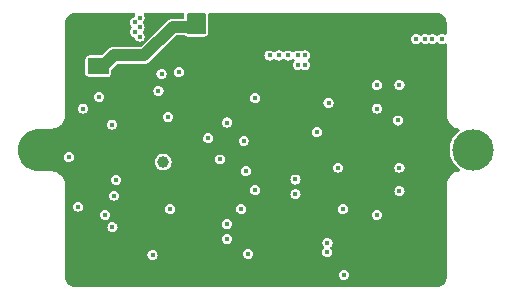
<source format=gbr>
%TF.GenerationSoftware,KiCad,Pcbnew,8.0.0*%
%TF.CreationDate,2024-09-22T13:18:53-04:00*%
%TF.ProjectId,MiniCarrierBoard,4d696e69-4361-4727-9269-6572426f6172,rev?*%
%TF.SameCoordinates,Original*%
%TF.FileFunction,Copper,L3,Inr*%
%TF.FilePolarity,Positive*%
%FSLAX46Y46*%
G04 Gerber Fmt 4.6, Leading zero omitted, Abs format (unit mm)*
G04 Created by KiCad (PCBNEW 8.0.0) date 2024-09-22 13:18:53*
%MOMM*%
%LPD*%
G01*
G04 APERTURE LIST*
%TA.AperFunction,ComponentPad*%
%ADD10C,3.500000*%
%TD*%
%TA.AperFunction,ViaPad*%
%ADD11C,0.450000*%
%TD*%
%TA.AperFunction,ViaPad*%
%ADD12C,1.000000*%
%TD*%
%TA.AperFunction,Conductor*%
%ADD13C,1.000000*%
%TD*%
G04 APERTURE END LIST*
D10*
%TO.N,GND*%
%TO.C,H2*%
X83900000Y-100600000D03*
%TD*%
%TO.N,unconnected-(H1-Pad1)*%
%TO.C,H1*%
X120600000Y-100600000D03*
%TD*%
D11*
%TO.N,+5V*%
X88400000Y-93600000D03*
X115800000Y-91200000D03*
X116600000Y-91200000D03*
X97750000Y-90100000D03*
X117200000Y-91200000D03*
X89200000Y-93600000D03*
X86400000Y-101200000D03*
X96800000Y-90200000D03*
X96800000Y-89400000D03*
X118000000Y-91200000D03*
%TO.N,USB_D+*%
X90100000Y-107150000D03*
%TO.N,USB_D-*%
X89500000Y-106100000D03*
%TO.N,GND*%
X97750000Y-97725000D03*
X114400000Y-102750003D03*
X90800000Y-111200000D03*
X90396045Y-103776632D03*
X116870730Y-102500000D03*
X114400000Y-97100000D03*
X95459621Y-105140379D03*
X88700000Y-91100000D03*
X101859621Y-102925000D03*
X101365838Y-94023374D03*
X105841405Y-103703512D03*
X92025000Y-101100000D03*
X98800000Y-109725000D03*
X93271232Y-93928768D03*
X114400000Y-99100000D03*
X116025000Y-103100000D03*
X98200000Y-98949997D03*
X102200000Y-104650003D03*
X90325002Y-95936193D03*
X90325002Y-97100000D03*
X108298812Y-107820414D03*
X90600000Y-97600000D03*
X111502500Y-111000000D03*
X108528885Y-109875000D03*
X90645866Y-98178394D03*
X109775000Y-110435000D03*
X105700000Y-94567500D03*
X94262500Y-93032500D03*
X92862620Y-109627475D03*
X116200000Y-111200000D03*
X99600000Y-107500003D03*
X104350000Y-94350000D03*
X101900000Y-94200000D03*
X99600000Y-106199997D03*
X100406588Y-94549088D03*
X107800000Y-98575000D03*
X116200000Y-108000000D03*
X113749997Y-104100000D03*
X90000000Y-109650000D03*
X95800000Y-97832502D03*
X116875002Y-105000000D03*
X104800000Y-95600000D03*
X100540379Y-106059621D03*
X89300000Y-91100000D03*
X102600000Y-95675000D03*
X105600000Y-105000003D03*
X99186905Y-111575000D03*
X88475000Y-95100000D03*
X90400000Y-105100000D03*
X100000000Y-94142500D03*
X87807420Y-105168602D03*
X95000000Y-95602500D03*
X114400000Y-95750003D03*
X99269094Y-97907530D03*
X109600000Y-106250003D03*
X90075001Y-99324999D03*
X108629141Y-102410842D03*
X101832420Y-100007698D03*
X116200000Y-106800000D03*
X99200000Y-102050003D03*
X113947463Y-97553904D03*
X90618258Y-96430793D03*
%TO.N,+3V3*%
X106400000Y-93400000D03*
X105000000Y-92600000D03*
X104200000Y-92600000D03*
X105800000Y-93400000D03*
X105800000Y-92600000D03*
X108400000Y-96600000D03*
X94262500Y-94167500D03*
X103400000Y-92600000D03*
X106400000Y-92600000D03*
X95725000Y-93999999D03*
%TO.N,PA6{slash}TIM3_CH1{slash}ADC1_IN6*%
X90410595Y-103126793D03*
%TO.N,NRST*%
X88975000Y-96100000D03*
%TO.N,SWO*%
X99800000Y-98282553D03*
%TO.N,SWDIO*%
X109200000Y-102100000D03*
%TO.N,SWCLK*%
X102200000Y-96200000D03*
%TO.N,PA8{slash}TIM1_CH1*%
X101600000Y-109400000D03*
%TO.N,PC4{slash}ADC1_IN14*%
X101000000Y-105600000D03*
%TO.N,PA2{slash}USART2_TX*%
X101209219Y-99822974D03*
%TO.N,PA15{slash}TIM2_CH1*%
X102200000Y-104000000D03*
%TO.N,PA10{slash}USART1_RX*%
X114400000Y-102100000D03*
%TO.N,PB9{slash}I2C1_SDA*%
X112475000Y-97100000D03*
%TO.N,PC6{slash}USART6_TX*%
X105600000Y-104350000D03*
%TO.N,PB13{slash}SPI2_SCK*%
X109600000Y-105600000D03*
%TO.N,PB15{slash}SPI2_MOSI*%
X112475000Y-106100000D03*
%TO.N,PB8{slash}I2C1_SCL*%
X112475000Y-95100000D03*
%TO.N,PB7{slash}TIM4_CH2*%
X114400000Y-95100000D03*
%TO.N,PC7{slash}USART6_RX*%
X105600000Y-103100000D03*
%TO.N,PB14{slash}SPI2_MISO*%
X114300000Y-98100000D03*
%TO.N,PA9{slash}USART1_TX*%
X114400000Y-104100000D03*
%TO.N,PA3{slash}USART2_RX*%
X90057841Y-98455396D03*
%TO.N,PA1{slash}UART4_RX{slash}TIM5_CH2*%
X99200000Y-101400000D03*
%TO.N,PB1{slash}TIM3_CH4{slash}ADC1_IN9*%
X90242351Y-104469405D03*
%TO.N,PB11{slash}USART3_RX*%
X99804471Y-108117007D03*
%TO.N,PB10{slash}USART3_TX*%
X99800000Y-106850000D03*
%TO.N,PA7{slash}ADC1_IN7*%
X93500000Y-109500000D03*
%TO.N,PA0{slash}UART4_TX{slash}TIM5_CH1*%
X98200000Y-99600000D03*
%TO.N,PB0{slash}TIM3_CH3{slash}ADC1_IN8*%
X95000000Y-105600000D03*
%TO.N,/PC1*%
X87600000Y-97100000D03*
D12*
%TO.N,unconnected-(J14-MountPin-PadMP)_0*%
X94400000Y-101625000D03*
D11*
%TO.N,PA4{slash}ADC1_IN4{slash}DAC_OUT1*%
X101400000Y-102400000D03*
%TO.N,PB6{slash}CAN2_TX*%
X109700000Y-111160000D03*
X107400000Y-99100000D03*
%TO.N,PC3{slash}ADC1_IN13*%
X87200000Y-105400000D03*
%TO.N,Net-(J6-Pin_1)*%
X92400000Y-89400000D03*
X92000000Y-89800000D03*
X92400000Y-90200000D03*
X92400000Y-91000000D03*
X92000000Y-90600000D03*
%TO.N,Net-(J5-Pin_15)*%
X108274187Y-109269796D03*
%TO.N,Net-(J5-Pin_14)*%
X108304995Y-108470387D03*
%TO.N,Net-(J6-Pin_4)*%
X94800000Y-97802500D03*
%TO.N,Net-(J6-Pin_3)*%
X94000000Y-95602500D03*
%TD*%
D13*
%TO.N,+5V*%
X96800000Y-90200000D02*
X95200000Y-90200000D01*
X90200000Y-92600000D02*
X89200000Y-93600000D01*
X95200000Y-90200000D02*
X92800000Y-92600000D01*
X92800000Y-92600000D02*
X90200000Y-92600000D01*
%TD*%
%TA.AperFunction,Conductor*%
%TO.N,GND*%
G36*
X91990695Y-89020185D02*
G01*
X92036450Y-89072989D01*
X92046394Y-89142147D01*
X92034141Y-89180792D01*
X92010639Y-89226920D01*
X91990280Y-89266876D01*
X91987500Y-89284427D01*
X91957569Y-89347561D01*
X91898257Y-89384491D01*
X91884427Y-89387500D01*
X91866876Y-89390280D01*
X91866874Y-89390280D01*
X91866874Y-89390281D01*
X91746780Y-89451472D01*
X91746779Y-89451473D01*
X91746774Y-89451476D01*
X91651476Y-89546774D01*
X91651473Y-89546778D01*
X91590279Y-89666878D01*
X91569196Y-89799997D01*
X91569196Y-89800002D01*
X91590279Y-89933121D01*
X91590280Y-89933124D01*
X91590281Y-89933126D01*
X91651472Y-90053220D01*
X91651473Y-90053221D01*
X91651476Y-90053225D01*
X91710570Y-90112319D01*
X91744055Y-90173642D01*
X91739071Y-90243334D01*
X91710570Y-90287681D01*
X91651476Y-90346774D01*
X91651473Y-90346778D01*
X91590279Y-90466878D01*
X91569196Y-90599997D01*
X91569196Y-90600002D01*
X91590279Y-90733121D01*
X91590280Y-90733124D01*
X91590281Y-90733126D01*
X91651472Y-90853220D01*
X91651473Y-90853221D01*
X91651476Y-90853225D01*
X91746774Y-90948523D01*
X91746778Y-90948526D01*
X91746780Y-90948528D01*
X91866874Y-91009719D01*
X91884424Y-91012498D01*
X91947558Y-91042427D01*
X91984490Y-91101738D01*
X91987500Y-91115573D01*
X91990279Y-91133123D01*
X91990281Y-91133126D01*
X92051472Y-91253220D01*
X92051474Y-91253222D01*
X92051476Y-91253225D01*
X92146774Y-91348523D01*
X92146778Y-91348526D01*
X92146780Y-91348528D01*
X92266874Y-91409719D01*
X92266876Y-91409719D01*
X92266878Y-91409720D01*
X92399998Y-91430804D01*
X92400000Y-91430804D01*
X92400002Y-91430804D01*
X92533121Y-91409720D01*
X92533121Y-91409719D01*
X92533126Y-91409719D01*
X92653220Y-91348528D01*
X92748528Y-91253220D01*
X92809719Y-91133126D01*
X92812499Y-91115573D01*
X92830804Y-91000002D01*
X92830804Y-90999997D01*
X92809720Y-90866878D01*
X92809719Y-90866876D01*
X92809719Y-90866874D01*
X92748528Y-90746780D01*
X92748526Y-90746778D01*
X92748523Y-90746774D01*
X92689430Y-90687681D01*
X92655945Y-90626358D01*
X92660929Y-90556666D01*
X92689430Y-90512319D01*
X92748523Y-90453225D01*
X92748528Y-90453220D01*
X92809719Y-90333126D01*
X92830804Y-90200000D01*
X92826629Y-90173642D01*
X92809720Y-90066878D01*
X92809719Y-90066876D01*
X92809719Y-90066874D01*
X92748528Y-89946780D01*
X92748526Y-89946778D01*
X92748523Y-89946774D01*
X92689430Y-89887681D01*
X92655945Y-89826358D01*
X92660929Y-89756666D01*
X92689430Y-89712319D01*
X92748523Y-89653225D01*
X92748528Y-89653220D01*
X92809719Y-89533126D01*
X92810781Y-89526420D01*
X92830804Y-89400002D01*
X92830804Y-89399997D01*
X92809720Y-89266878D01*
X92809719Y-89266876D01*
X92809719Y-89266874D01*
X92765858Y-89180793D01*
X92752963Y-89112125D01*
X92779240Y-89047385D01*
X92836346Y-89007128D01*
X92876344Y-89000500D01*
X96070500Y-89000500D01*
X96137539Y-89020185D01*
X96183294Y-89072989D01*
X96194500Y-89124500D01*
X96194500Y-89375500D01*
X96174815Y-89442539D01*
X96122011Y-89488294D01*
X96070500Y-89499500D01*
X95131004Y-89499500D01*
X94995677Y-89526418D01*
X94995667Y-89526421D01*
X94868192Y-89579222D01*
X94753454Y-89655887D01*
X94753453Y-89655888D01*
X92546162Y-91863181D01*
X92484839Y-91896666D01*
X92458481Y-91899500D01*
X90131004Y-91899500D01*
X89995677Y-91926418D01*
X89995667Y-91926421D01*
X89868192Y-91979222D01*
X89753454Y-92055887D01*
X89753453Y-92055888D01*
X89251162Y-92558181D01*
X89189839Y-92591666D01*
X89163481Y-92594500D01*
X88123992Y-92594500D01*
X88080313Y-92599197D01*
X88028825Y-92610397D01*
X88018627Y-92612890D01*
X88018624Y-92612891D01*
X87937916Y-92655899D01*
X87937913Y-92655901D01*
X87885104Y-92701660D01*
X87867160Y-92719242D01*
X87867154Y-92719249D01*
X87822511Y-92799059D01*
X87822509Y-92799064D01*
X87802826Y-92866096D01*
X87794500Y-92924003D01*
X87794500Y-94076007D01*
X87799197Y-94119686D01*
X87810397Y-94171174D01*
X87812342Y-94179133D01*
X87812890Y-94181373D01*
X87851175Y-94253219D01*
X87855899Y-94262083D01*
X87855901Y-94262086D01*
X87901660Y-94314895D01*
X87919242Y-94332839D01*
X87919246Y-94332843D01*
X87919247Y-94332844D01*
X87919249Y-94332845D01*
X87999059Y-94377488D01*
X87999063Y-94377490D01*
X88066102Y-94397175D01*
X88124000Y-94405500D01*
X88124004Y-94405500D01*
X89675991Y-94405500D01*
X89676000Y-94405500D01*
X89719684Y-94400803D01*
X89748875Y-94394452D01*
X89771174Y-94389602D01*
X89771190Y-94389598D01*
X89771195Y-94389597D01*
X89781373Y-94387110D01*
X89862085Y-94344100D01*
X89914889Y-94298345D01*
X89932843Y-94280754D01*
X89977490Y-94200937D01*
X89987308Y-94167502D01*
X93831696Y-94167502D01*
X93852779Y-94300621D01*
X93852780Y-94300624D01*
X93852781Y-94300626D01*
X93908367Y-94409719D01*
X93913973Y-94420721D01*
X93913976Y-94420725D01*
X94009274Y-94516023D01*
X94009278Y-94516026D01*
X94009280Y-94516028D01*
X94129374Y-94577219D01*
X94129376Y-94577219D01*
X94129378Y-94577220D01*
X94262498Y-94598304D01*
X94262500Y-94598304D01*
X94262502Y-94598304D01*
X94395621Y-94577220D01*
X94395621Y-94577219D01*
X94395626Y-94577219D01*
X94515720Y-94516028D01*
X94611028Y-94420720D01*
X94672219Y-94300626D01*
X94675366Y-94280757D01*
X94693304Y-94167502D01*
X94693304Y-94167497D01*
X94672220Y-94034378D01*
X94672219Y-94034376D01*
X94672219Y-94034374D01*
X94654705Y-94000001D01*
X95294196Y-94000001D01*
X95315279Y-94133120D01*
X95315280Y-94133123D01*
X95315281Y-94133125D01*
X95376472Y-94253219D01*
X95376473Y-94253220D01*
X95376476Y-94253224D01*
X95471774Y-94348522D01*
X95471778Y-94348525D01*
X95471780Y-94348527D01*
X95591874Y-94409718D01*
X95591876Y-94409718D01*
X95591878Y-94409719D01*
X95724998Y-94430803D01*
X95725000Y-94430803D01*
X95725002Y-94430803D01*
X95858121Y-94409719D01*
X95858121Y-94409718D01*
X95858126Y-94409718D01*
X95978220Y-94348527D01*
X96073528Y-94253219D01*
X96134719Y-94133125D01*
X96143767Y-94076000D01*
X96155804Y-94000001D01*
X96155804Y-93999996D01*
X96134720Y-93866877D01*
X96134719Y-93866875D01*
X96134719Y-93866873D01*
X96073528Y-93746779D01*
X96073526Y-93746777D01*
X96073523Y-93746773D01*
X95978225Y-93651475D01*
X95978221Y-93651472D01*
X95978220Y-93651471D01*
X95858126Y-93590280D01*
X95858124Y-93590279D01*
X95858121Y-93590278D01*
X95725002Y-93569195D01*
X95724998Y-93569195D01*
X95591878Y-93590278D01*
X95471778Y-93651472D01*
X95471774Y-93651475D01*
X95376476Y-93746773D01*
X95376473Y-93746777D01*
X95315279Y-93866877D01*
X95294196Y-93999996D01*
X95294196Y-94000001D01*
X94654705Y-94000001D01*
X94611028Y-93914280D01*
X94611026Y-93914278D01*
X94611023Y-93914274D01*
X94515725Y-93818976D01*
X94515721Y-93818973D01*
X94515720Y-93818972D01*
X94395626Y-93757781D01*
X94395624Y-93757780D01*
X94395621Y-93757779D01*
X94262502Y-93736696D01*
X94262498Y-93736696D01*
X94129378Y-93757779D01*
X94009278Y-93818973D01*
X94009274Y-93818976D01*
X93913976Y-93914274D01*
X93913973Y-93914278D01*
X93913972Y-93914280D01*
X93870298Y-93999996D01*
X93852779Y-94034378D01*
X93831696Y-94167497D01*
X93831696Y-94167502D01*
X89987308Y-94167502D01*
X89997175Y-94133898D01*
X90005500Y-94076000D01*
X90005500Y-93836519D01*
X90025185Y-93769480D01*
X90041819Y-93748838D01*
X90453838Y-93336819D01*
X90515161Y-93303334D01*
X90541519Y-93300500D01*
X92868996Y-93300500D01*
X92960040Y-93282389D01*
X93004328Y-93273580D01*
X93068069Y-93247177D01*
X93131807Y-93220777D01*
X93131808Y-93220776D01*
X93131811Y-93220775D01*
X93246543Y-93144114D01*
X93790655Y-92600002D01*
X102969196Y-92600002D01*
X102990279Y-92733121D01*
X102990280Y-92733124D01*
X102990281Y-92733126D01*
X103051472Y-92853220D01*
X103051473Y-92853221D01*
X103051476Y-92853225D01*
X103146774Y-92948523D01*
X103146778Y-92948526D01*
X103146780Y-92948528D01*
X103266874Y-93009719D01*
X103266876Y-93009719D01*
X103266878Y-93009720D01*
X103399998Y-93030804D01*
X103400000Y-93030804D01*
X103400002Y-93030804D01*
X103533121Y-93009720D01*
X103533121Y-93009719D01*
X103533126Y-93009719D01*
X103653220Y-92948528D01*
X103677748Y-92924000D01*
X103712319Y-92889430D01*
X103773642Y-92855945D01*
X103843334Y-92860929D01*
X103887681Y-92889430D01*
X103946774Y-92948523D01*
X103946778Y-92948526D01*
X103946780Y-92948528D01*
X104066874Y-93009719D01*
X104066876Y-93009719D01*
X104066878Y-93009720D01*
X104199998Y-93030804D01*
X104200000Y-93030804D01*
X104200002Y-93030804D01*
X104333121Y-93009720D01*
X104333121Y-93009719D01*
X104333126Y-93009719D01*
X104453220Y-92948528D01*
X104477748Y-92924000D01*
X104512319Y-92889430D01*
X104573642Y-92855945D01*
X104643334Y-92860929D01*
X104687681Y-92889430D01*
X104746774Y-92948523D01*
X104746778Y-92948526D01*
X104746780Y-92948528D01*
X104866874Y-93009719D01*
X104866876Y-93009719D01*
X104866878Y-93009720D01*
X104999998Y-93030804D01*
X105000000Y-93030804D01*
X105000002Y-93030804D01*
X105133121Y-93009720D01*
X105133121Y-93009719D01*
X105133126Y-93009719D01*
X105253220Y-92948528D01*
X105277748Y-92924000D01*
X105312319Y-92889430D01*
X105373642Y-92855945D01*
X105443334Y-92860929D01*
X105487681Y-92889430D01*
X105510570Y-92912319D01*
X105544055Y-92973642D01*
X105539071Y-93043334D01*
X105510570Y-93087681D01*
X105451476Y-93146774D01*
X105451473Y-93146778D01*
X105390279Y-93266878D01*
X105369196Y-93399997D01*
X105369196Y-93400002D01*
X105390279Y-93533121D01*
X105390280Y-93533124D01*
X105390281Y-93533126D01*
X105450583Y-93651475D01*
X105451473Y-93653221D01*
X105451476Y-93653225D01*
X105546774Y-93748523D01*
X105546778Y-93748526D01*
X105546780Y-93748528D01*
X105666874Y-93809719D01*
X105666876Y-93809719D01*
X105666878Y-93809720D01*
X105799998Y-93830804D01*
X105800000Y-93830804D01*
X105800002Y-93830804D01*
X105933121Y-93809720D01*
X105933121Y-93809719D01*
X105933126Y-93809719D01*
X106043708Y-93753374D01*
X106112374Y-93740479D01*
X106156289Y-93753373D01*
X106266874Y-93809719D01*
X106266876Y-93809719D01*
X106266878Y-93809720D01*
X106399998Y-93830804D01*
X106400000Y-93830804D01*
X106400002Y-93830804D01*
X106533121Y-93809720D01*
X106533121Y-93809719D01*
X106533126Y-93809719D01*
X106653220Y-93748528D01*
X106748528Y-93653220D01*
X106809719Y-93533126D01*
X106830804Y-93400000D01*
X106820797Y-93336819D01*
X106809720Y-93266878D01*
X106809719Y-93266876D01*
X106809719Y-93266874D01*
X106748528Y-93146780D01*
X106748526Y-93146778D01*
X106748523Y-93146774D01*
X106689430Y-93087681D01*
X106655945Y-93026358D01*
X106660929Y-92956666D01*
X106689430Y-92912319D01*
X106748523Y-92853225D01*
X106748528Y-92853220D01*
X106809719Y-92733126D01*
X106811917Y-92719249D01*
X106830804Y-92600002D01*
X106830804Y-92599997D01*
X106809720Y-92466878D01*
X106809719Y-92466876D01*
X106809719Y-92466874D01*
X106748528Y-92346780D01*
X106748526Y-92346778D01*
X106748523Y-92346774D01*
X106653225Y-92251476D01*
X106653221Y-92251473D01*
X106653220Y-92251472D01*
X106533126Y-92190281D01*
X106533124Y-92190280D01*
X106533121Y-92190279D01*
X106400002Y-92169196D01*
X106399998Y-92169196D01*
X106266876Y-92190279D01*
X106156294Y-92246624D01*
X106087625Y-92259520D01*
X106043706Y-92246624D01*
X105933123Y-92190279D01*
X105800002Y-92169196D01*
X105799998Y-92169196D01*
X105666878Y-92190279D01*
X105546778Y-92251473D01*
X105546774Y-92251476D01*
X105487681Y-92310570D01*
X105426358Y-92344055D01*
X105356666Y-92339071D01*
X105312319Y-92310570D01*
X105253225Y-92251476D01*
X105253221Y-92251473D01*
X105253220Y-92251472D01*
X105133126Y-92190281D01*
X105133124Y-92190280D01*
X105133121Y-92190279D01*
X105000002Y-92169196D01*
X104999998Y-92169196D01*
X104866878Y-92190279D01*
X104746778Y-92251473D01*
X104746774Y-92251476D01*
X104687681Y-92310570D01*
X104626358Y-92344055D01*
X104556666Y-92339071D01*
X104512319Y-92310570D01*
X104453225Y-92251476D01*
X104453221Y-92251473D01*
X104453220Y-92251472D01*
X104333126Y-92190281D01*
X104333124Y-92190280D01*
X104333121Y-92190279D01*
X104200002Y-92169196D01*
X104199998Y-92169196D01*
X104066878Y-92190279D01*
X103946778Y-92251473D01*
X103946774Y-92251476D01*
X103887681Y-92310570D01*
X103826358Y-92344055D01*
X103756666Y-92339071D01*
X103712319Y-92310570D01*
X103653225Y-92251476D01*
X103653221Y-92251473D01*
X103653220Y-92251472D01*
X103533126Y-92190281D01*
X103533124Y-92190280D01*
X103533121Y-92190279D01*
X103400002Y-92169196D01*
X103399998Y-92169196D01*
X103266878Y-92190279D01*
X103146778Y-92251473D01*
X103146774Y-92251476D01*
X103051476Y-92346774D01*
X103051473Y-92346778D01*
X102990279Y-92466878D01*
X102969196Y-92599997D01*
X102969196Y-92600002D01*
X93790655Y-92600002D01*
X95453838Y-90936819D01*
X95515161Y-90903334D01*
X95541519Y-90900500D01*
X96235451Y-90900500D01*
X96302490Y-90920185D01*
X96311902Y-90927847D01*
X96312202Y-90927456D01*
X96319249Y-90932845D01*
X96399059Y-90977488D01*
X96399063Y-90977490D01*
X96466102Y-90997175D01*
X96524000Y-91005500D01*
X96524004Y-91005500D01*
X97875991Y-91005500D01*
X97876000Y-91005500D01*
X97919684Y-91000803D01*
X97948875Y-90994452D01*
X97971174Y-90989602D01*
X97971190Y-90989598D01*
X97971195Y-90989597D01*
X97981373Y-90987110D01*
X98062085Y-90944100D01*
X98114889Y-90898345D01*
X98132843Y-90880754D01*
X98177490Y-90800937D01*
X98197175Y-90733898D01*
X98205500Y-90676000D01*
X98205500Y-89124500D01*
X98225185Y-89057461D01*
X98277989Y-89011706D01*
X98329500Y-89000500D01*
X117560118Y-89000500D01*
X117593908Y-89000500D01*
X117606061Y-89001097D01*
X117616051Y-89002080D01*
X117743824Y-89014665D01*
X117767652Y-89019404D01*
X117894277Y-89057815D01*
X117916725Y-89067114D01*
X118000933Y-89112125D01*
X118033406Y-89129482D01*
X118053616Y-89142986D01*
X118099687Y-89180795D01*
X118155891Y-89226920D01*
X118173079Y-89244108D01*
X118257012Y-89346381D01*
X118270517Y-89366593D01*
X118332883Y-89483271D01*
X118342186Y-89505728D01*
X118380593Y-89632338D01*
X118385335Y-89656180D01*
X118398903Y-89793938D01*
X118399500Y-89806092D01*
X118399500Y-90723656D01*
X118379815Y-90790695D01*
X118327011Y-90836450D01*
X118257853Y-90846394D01*
X118219207Y-90834141D01*
X118133126Y-90790281D01*
X118133124Y-90790280D01*
X118133121Y-90790279D01*
X118000002Y-90769196D01*
X117999998Y-90769196D01*
X117866878Y-90790279D01*
X117866874Y-90790280D01*
X117866874Y-90790281D01*
X117845964Y-90800935D01*
X117746778Y-90851473D01*
X117746774Y-90851476D01*
X117687681Y-90910570D01*
X117626358Y-90944055D01*
X117556666Y-90939071D01*
X117512319Y-90910570D01*
X117453225Y-90851476D01*
X117453221Y-90851473D01*
X117453220Y-90851472D01*
X117333126Y-90790281D01*
X117333124Y-90790280D01*
X117333121Y-90790279D01*
X117200002Y-90769196D01*
X117199998Y-90769196D01*
X117066876Y-90790279D01*
X116956294Y-90846624D01*
X116887625Y-90859520D01*
X116843706Y-90846624D01*
X116733123Y-90790279D01*
X116600002Y-90769196D01*
X116599998Y-90769196D01*
X116466878Y-90790279D01*
X116466874Y-90790280D01*
X116466874Y-90790281D01*
X116445964Y-90800935D01*
X116346778Y-90851473D01*
X116346774Y-90851476D01*
X116287681Y-90910570D01*
X116226358Y-90944055D01*
X116156666Y-90939071D01*
X116112319Y-90910570D01*
X116053225Y-90851476D01*
X116053221Y-90851473D01*
X116053220Y-90851472D01*
X115933126Y-90790281D01*
X115933124Y-90790280D01*
X115933121Y-90790279D01*
X115800002Y-90769196D01*
X115799998Y-90769196D01*
X115666878Y-90790279D01*
X115666874Y-90790280D01*
X115666874Y-90790281D01*
X115645964Y-90800935D01*
X115546778Y-90851473D01*
X115546774Y-90851476D01*
X115451476Y-90946774D01*
X115451473Y-90946778D01*
X115390279Y-91066878D01*
X115369196Y-91199997D01*
X115369196Y-91200002D01*
X115390279Y-91333121D01*
X115390280Y-91333124D01*
X115390281Y-91333126D01*
X115451472Y-91453220D01*
X115451473Y-91453221D01*
X115451476Y-91453225D01*
X115546774Y-91548523D01*
X115546778Y-91548526D01*
X115546780Y-91548528D01*
X115666874Y-91609719D01*
X115666876Y-91609719D01*
X115666878Y-91609720D01*
X115799998Y-91630804D01*
X115800000Y-91630804D01*
X115800002Y-91630804D01*
X115933121Y-91609720D01*
X115933121Y-91609719D01*
X115933126Y-91609719D01*
X116053220Y-91548528D01*
X116061269Y-91540479D01*
X116112319Y-91489430D01*
X116173642Y-91455945D01*
X116243334Y-91460929D01*
X116287681Y-91489430D01*
X116346774Y-91548523D01*
X116346778Y-91548526D01*
X116346780Y-91548528D01*
X116466874Y-91609719D01*
X116466876Y-91609719D01*
X116466878Y-91609720D01*
X116599998Y-91630804D01*
X116600000Y-91630804D01*
X116600002Y-91630804D01*
X116733121Y-91609720D01*
X116733121Y-91609719D01*
X116733126Y-91609719D01*
X116843708Y-91553374D01*
X116912374Y-91540479D01*
X116956289Y-91553373D01*
X117066874Y-91609719D01*
X117066876Y-91609719D01*
X117066878Y-91609720D01*
X117199998Y-91630804D01*
X117200000Y-91630804D01*
X117200002Y-91630804D01*
X117333121Y-91609720D01*
X117333121Y-91609719D01*
X117333126Y-91609719D01*
X117453220Y-91548528D01*
X117461269Y-91540479D01*
X117512319Y-91489430D01*
X117573642Y-91455945D01*
X117643334Y-91460929D01*
X117687681Y-91489430D01*
X117746774Y-91548523D01*
X117746778Y-91548526D01*
X117746780Y-91548528D01*
X117866874Y-91609719D01*
X117866876Y-91609719D01*
X117866878Y-91609720D01*
X117999998Y-91630804D01*
X118000000Y-91630804D01*
X118000002Y-91630804D01*
X118066563Y-91620261D01*
X118133126Y-91609719D01*
X118219206Y-91565858D01*
X118287874Y-91552962D01*
X118352614Y-91579238D01*
X118392872Y-91636344D01*
X118399500Y-91676343D01*
X118399500Y-97694486D01*
X118429059Y-97881118D01*
X118487454Y-98060836D01*
X118510911Y-98106872D01*
X118573240Y-98229199D01*
X118684310Y-98382073D01*
X118817927Y-98515690D01*
X118970801Y-98626760D01*
X119050347Y-98667290D01*
X119139163Y-98712545D01*
X119139165Y-98712545D01*
X119139168Y-98712547D01*
X119235497Y-98743846D01*
X119318881Y-98770940D01*
X119416756Y-98786442D01*
X119479891Y-98816371D01*
X119516822Y-98875683D01*
X119515824Y-98945545D01*
X119477214Y-99003778D01*
X119471668Y-99008182D01*
X119319439Y-99122138D01*
X119319421Y-99122154D01*
X119122154Y-99319421D01*
X119122138Y-99319439D01*
X118954945Y-99542784D01*
X118954940Y-99542792D01*
X118821233Y-99787657D01*
X118821231Y-99787661D01*
X118761232Y-99948526D01*
X118730545Y-100030804D01*
X118723727Y-100049083D01*
X118664422Y-100321700D01*
X118644518Y-100599998D01*
X118644518Y-100600001D01*
X118664422Y-100878299D01*
X118723727Y-101150916D01*
X118723729Y-101150923D01*
X118766976Y-101266874D01*
X118821231Y-101412338D01*
X118821233Y-101412342D01*
X118954940Y-101657207D01*
X118954945Y-101657215D01*
X119122138Y-101880560D01*
X119122154Y-101880578D01*
X119319421Y-102077845D01*
X119319439Y-102077861D01*
X119471668Y-102191817D01*
X119513540Y-102247750D01*
X119518524Y-102317442D01*
X119485040Y-102378765D01*
X119423717Y-102412250D01*
X119416757Y-102413557D01*
X119318880Y-102429060D01*
X119139163Y-102487454D01*
X118970800Y-102573240D01*
X118883579Y-102636610D01*
X118817927Y-102684310D01*
X118817925Y-102684312D01*
X118817924Y-102684312D01*
X118684312Y-102817924D01*
X118684312Y-102817925D01*
X118684310Y-102817927D01*
X118643885Y-102873567D01*
X118573240Y-102970800D01*
X118487454Y-103139163D01*
X118429059Y-103318881D01*
X118399500Y-103505513D01*
X118399500Y-111393907D01*
X118398903Y-111406061D01*
X118385335Y-111543819D01*
X118380593Y-111567661D01*
X118342186Y-111694271D01*
X118332883Y-111716728D01*
X118270517Y-111833406D01*
X118257012Y-111853618D01*
X118173079Y-111955891D01*
X118155891Y-111973079D01*
X118053618Y-112057012D01*
X118033406Y-112070517D01*
X117916728Y-112132883D01*
X117894271Y-112142186D01*
X117767661Y-112180593D01*
X117743819Y-112185335D01*
X117606062Y-112198903D01*
X117593908Y-112199500D01*
X86906092Y-112199500D01*
X86893938Y-112198903D01*
X86756180Y-112185335D01*
X86732340Y-112180593D01*
X86605728Y-112142186D01*
X86583271Y-112132883D01*
X86466593Y-112070517D01*
X86446381Y-112057012D01*
X86344108Y-111973079D01*
X86326920Y-111955891D01*
X86242986Y-111853616D01*
X86229482Y-111833406D01*
X86167116Y-111716728D01*
X86157815Y-111694277D01*
X86119404Y-111567652D01*
X86114665Y-111543824D01*
X86101097Y-111406060D01*
X86100500Y-111393907D01*
X86100500Y-111160002D01*
X109269196Y-111160002D01*
X109290279Y-111293121D01*
X109290280Y-111293124D01*
X109290281Y-111293126D01*
X109351472Y-111413220D01*
X109351473Y-111413221D01*
X109351476Y-111413225D01*
X109446774Y-111508523D01*
X109446778Y-111508526D01*
X109446780Y-111508528D01*
X109566874Y-111569719D01*
X109566876Y-111569719D01*
X109566878Y-111569720D01*
X109699998Y-111590804D01*
X109700000Y-111590804D01*
X109700002Y-111590804D01*
X109833121Y-111569720D01*
X109833121Y-111569719D01*
X109833126Y-111569719D01*
X109953220Y-111508528D01*
X110048528Y-111413220D01*
X110109719Y-111293126D01*
X110130804Y-111160000D01*
X110109719Y-111026874D01*
X110048528Y-110906780D01*
X110048526Y-110906778D01*
X110048523Y-110906774D01*
X109953225Y-110811476D01*
X109953221Y-110811473D01*
X109953220Y-110811472D01*
X109833126Y-110750281D01*
X109833124Y-110750280D01*
X109833121Y-110750279D01*
X109700002Y-110729196D01*
X109699998Y-110729196D01*
X109566878Y-110750279D01*
X109446778Y-110811473D01*
X109446774Y-110811476D01*
X109351476Y-110906774D01*
X109351473Y-110906778D01*
X109290279Y-111026878D01*
X109269196Y-111159997D01*
X109269196Y-111160002D01*
X86100500Y-111160002D01*
X86100500Y-109500002D01*
X93069196Y-109500002D01*
X93090279Y-109633121D01*
X93090280Y-109633124D01*
X93090281Y-109633126D01*
X93151472Y-109753220D01*
X93151473Y-109753221D01*
X93151476Y-109753225D01*
X93246774Y-109848523D01*
X93246778Y-109848526D01*
X93246780Y-109848528D01*
X93366874Y-109909719D01*
X93366876Y-109909719D01*
X93366878Y-109909720D01*
X93499998Y-109930804D01*
X93500000Y-109930804D01*
X93500002Y-109930804D01*
X93633121Y-109909720D01*
X93633121Y-109909719D01*
X93633126Y-109909719D01*
X93753220Y-109848528D01*
X93848528Y-109753220D01*
X93909719Y-109633126D01*
X93909720Y-109633121D01*
X93930804Y-109500002D01*
X93930804Y-109499997D01*
X93914966Y-109400002D01*
X101169196Y-109400002D01*
X101190279Y-109533121D01*
X101190280Y-109533124D01*
X101190281Y-109533126D01*
X101241234Y-109633126D01*
X101251473Y-109653221D01*
X101251476Y-109653225D01*
X101346774Y-109748523D01*
X101346778Y-109748526D01*
X101346780Y-109748528D01*
X101466874Y-109809719D01*
X101466876Y-109809719D01*
X101466878Y-109809720D01*
X101599998Y-109830804D01*
X101600000Y-109830804D01*
X101600002Y-109830804D01*
X101733121Y-109809720D01*
X101733121Y-109809719D01*
X101733126Y-109809719D01*
X101853220Y-109748528D01*
X101948528Y-109653220D01*
X102009719Y-109533126D01*
X102009720Y-109533121D01*
X102030804Y-109400002D01*
X102030804Y-109399997D01*
X102010182Y-109269798D01*
X107843383Y-109269798D01*
X107864466Y-109402917D01*
X107864467Y-109402920D01*
X107864468Y-109402922D01*
X107913932Y-109500000D01*
X107925660Y-109523017D01*
X107925663Y-109523021D01*
X108020961Y-109618319D01*
X108020965Y-109618322D01*
X108020967Y-109618324D01*
X108141061Y-109679515D01*
X108141063Y-109679515D01*
X108141065Y-109679516D01*
X108274185Y-109700600D01*
X108274187Y-109700600D01*
X108274189Y-109700600D01*
X108407308Y-109679516D01*
X108407308Y-109679515D01*
X108407313Y-109679515D01*
X108527407Y-109618324D01*
X108622715Y-109523016D01*
X108683906Y-109402922D01*
X108683907Y-109402917D01*
X108704991Y-109269798D01*
X108704991Y-109269793D01*
X108683907Y-109136674D01*
X108683906Y-109136672D01*
X108683906Y-109136670D01*
X108622715Y-109016576D01*
X108622713Y-109016574D01*
X108622710Y-109016570D01*
X108579316Y-108973176D01*
X108545831Y-108911853D01*
X108550815Y-108842161D01*
X108579314Y-108797815D01*
X108653523Y-108723607D01*
X108714714Y-108603513D01*
X108714715Y-108603508D01*
X108735799Y-108470389D01*
X108735799Y-108470384D01*
X108714715Y-108337265D01*
X108714714Y-108337263D01*
X108714714Y-108337261D01*
X108653523Y-108217167D01*
X108653521Y-108217165D01*
X108653518Y-108217161D01*
X108558220Y-108121863D01*
X108558216Y-108121860D01*
X108558215Y-108121859D01*
X108438121Y-108060668D01*
X108438119Y-108060667D01*
X108438116Y-108060666D01*
X108304997Y-108039583D01*
X108304993Y-108039583D01*
X108171873Y-108060666D01*
X108051773Y-108121860D01*
X108051769Y-108121863D01*
X107956471Y-108217161D01*
X107956468Y-108217165D01*
X107895274Y-108337265D01*
X107874191Y-108470384D01*
X107874191Y-108470389D01*
X107895274Y-108603508D01*
X107895275Y-108603511D01*
X107895276Y-108603513D01*
X107956467Y-108723607D01*
X107956468Y-108723608D01*
X107956471Y-108723612D01*
X107999865Y-108767006D01*
X108033350Y-108828329D01*
X108028366Y-108898021D01*
X107999866Y-108942368D01*
X107925660Y-109016574D01*
X107864466Y-109136674D01*
X107843383Y-109269793D01*
X107843383Y-109269798D01*
X102010182Y-109269798D01*
X102009720Y-109266878D01*
X102009719Y-109266876D01*
X102009719Y-109266874D01*
X101948528Y-109146780D01*
X101948526Y-109146778D01*
X101948523Y-109146774D01*
X101853225Y-109051476D01*
X101853221Y-109051473D01*
X101853220Y-109051472D01*
X101733126Y-108990281D01*
X101733124Y-108990280D01*
X101733121Y-108990279D01*
X101600002Y-108969196D01*
X101599998Y-108969196D01*
X101466878Y-108990279D01*
X101346778Y-109051473D01*
X101346774Y-109051476D01*
X101251476Y-109146774D01*
X101251473Y-109146778D01*
X101190279Y-109266878D01*
X101169196Y-109399997D01*
X101169196Y-109400002D01*
X93914966Y-109400002D01*
X93909720Y-109366878D01*
X93909719Y-109366876D01*
X93909719Y-109366874D01*
X93848528Y-109246780D01*
X93848526Y-109246778D01*
X93848523Y-109246774D01*
X93753225Y-109151476D01*
X93753221Y-109151473D01*
X93753220Y-109151472D01*
X93633126Y-109090281D01*
X93633124Y-109090280D01*
X93633121Y-109090279D01*
X93500002Y-109069196D01*
X93499998Y-109069196D01*
X93366878Y-109090279D01*
X93246778Y-109151473D01*
X93246774Y-109151476D01*
X93151476Y-109246774D01*
X93151473Y-109246778D01*
X93090279Y-109366878D01*
X93069196Y-109499997D01*
X93069196Y-109500002D01*
X86100500Y-109500002D01*
X86100500Y-108117009D01*
X99373667Y-108117009D01*
X99394750Y-108250128D01*
X99394751Y-108250131D01*
X99394752Y-108250133D01*
X99455943Y-108370227D01*
X99455944Y-108370228D01*
X99455947Y-108370232D01*
X99551245Y-108465530D01*
X99551249Y-108465533D01*
X99551251Y-108465535D01*
X99671345Y-108526726D01*
X99671347Y-108526726D01*
X99671349Y-108526727D01*
X99804469Y-108547811D01*
X99804471Y-108547811D01*
X99804473Y-108547811D01*
X99937592Y-108526727D01*
X99937592Y-108526726D01*
X99937597Y-108526726D01*
X100057691Y-108465535D01*
X100152999Y-108370227D01*
X100214190Y-108250133D01*
X100214191Y-108250128D01*
X100235275Y-108117009D01*
X100235275Y-108117004D01*
X100214191Y-107983885D01*
X100214190Y-107983883D01*
X100214190Y-107983881D01*
X100152999Y-107863787D01*
X100152997Y-107863785D01*
X100152994Y-107863781D01*
X100057696Y-107768483D01*
X100057692Y-107768480D01*
X100057691Y-107768479D01*
X99937597Y-107707288D01*
X99937595Y-107707287D01*
X99937592Y-107707286D01*
X99804473Y-107686203D01*
X99804469Y-107686203D01*
X99671349Y-107707286D01*
X99551249Y-107768480D01*
X99551245Y-107768483D01*
X99455947Y-107863781D01*
X99455944Y-107863785D01*
X99394750Y-107983885D01*
X99373667Y-108117004D01*
X99373667Y-108117009D01*
X86100500Y-108117009D01*
X86100500Y-107150002D01*
X89669196Y-107150002D01*
X89690279Y-107283121D01*
X89690280Y-107283124D01*
X89690281Y-107283126D01*
X89751472Y-107403220D01*
X89751473Y-107403221D01*
X89751476Y-107403225D01*
X89846774Y-107498523D01*
X89846778Y-107498526D01*
X89846780Y-107498528D01*
X89966874Y-107559719D01*
X89966876Y-107559719D01*
X89966878Y-107559720D01*
X90099998Y-107580804D01*
X90100000Y-107580804D01*
X90100002Y-107580804D01*
X90233121Y-107559720D01*
X90233121Y-107559719D01*
X90233126Y-107559719D01*
X90353220Y-107498528D01*
X90448528Y-107403220D01*
X90509719Y-107283126D01*
X90513426Y-107259720D01*
X90530804Y-107150002D01*
X90530804Y-107149997D01*
X90509720Y-107016878D01*
X90509719Y-107016876D01*
X90509719Y-107016874D01*
X90448528Y-106896780D01*
X90448526Y-106896778D01*
X90448523Y-106896774D01*
X90401751Y-106850002D01*
X99369196Y-106850002D01*
X99390279Y-106983121D01*
X99390280Y-106983124D01*
X99390281Y-106983126D01*
X99407479Y-107016878D01*
X99451473Y-107103221D01*
X99451476Y-107103225D01*
X99546774Y-107198523D01*
X99546778Y-107198526D01*
X99546780Y-107198528D01*
X99666874Y-107259719D01*
X99666876Y-107259719D01*
X99666878Y-107259720D01*
X99799998Y-107280804D01*
X99800000Y-107280804D01*
X99800002Y-107280804D01*
X99933121Y-107259720D01*
X99933121Y-107259719D01*
X99933126Y-107259719D01*
X100053220Y-107198528D01*
X100148528Y-107103220D01*
X100209719Y-106983126D01*
X100230804Y-106850000D01*
X100223118Y-106801473D01*
X100209720Y-106716878D01*
X100209719Y-106716876D01*
X100209719Y-106716874D01*
X100148528Y-106596780D01*
X100148526Y-106596778D01*
X100148523Y-106596774D01*
X100053225Y-106501476D01*
X100053221Y-106501473D01*
X100053220Y-106501472D01*
X99933126Y-106440281D01*
X99933124Y-106440280D01*
X99933121Y-106440279D01*
X99800002Y-106419196D01*
X99799998Y-106419196D01*
X99666878Y-106440279D01*
X99546778Y-106501473D01*
X99546774Y-106501476D01*
X99451476Y-106596774D01*
X99451473Y-106596778D01*
X99390279Y-106716878D01*
X99369196Y-106849997D01*
X99369196Y-106850002D01*
X90401751Y-106850002D01*
X90353225Y-106801476D01*
X90353221Y-106801473D01*
X90353220Y-106801472D01*
X90233126Y-106740281D01*
X90233124Y-106740280D01*
X90233121Y-106740279D01*
X90100002Y-106719196D01*
X90099998Y-106719196D01*
X89966878Y-106740279D01*
X89846778Y-106801473D01*
X89846774Y-106801476D01*
X89751476Y-106896774D01*
X89751473Y-106896778D01*
X89751472Y-106896780D01*
X89707477Y-106983126D01*
X89690279Y-107016878D01*
X89669196Y-107149997D01*
X89669196Y-107150002D01*
X86100500Y-107150002D01*
X86100500Y-106100002D01*
X89069196Y-106100002D01*
X89090279Y-106233121D01*
X89090280Y-106233124D01*
X89090281Y-106233126D01*
X89151472Y-106353220D01*
X89151473Y-106353221D01*
X89151476Y-106353225D01*
X89246774Y-106448523D01*
X89246778Y-106448526D01*
X89246780Y-106448528D01*
X89366874Y-106509719D01*
X89366876Y-106509719D01*
X89366878Y-106509720D01*
X89499998Y-106530804D01*
X89500000Y-106530804D01*
X89500002Y-106530804D01*
X89633121Y-106509720D01*
X89633121Y-106509719D01*
X89633126Y-106509719D01*
X89753220Y-106448528D01*
X89848528Y-106353220D01*
X89909719Y-106233126D01*
X89930804Y-106100002D01*
X112044196Y-106100002D01*
X112065279Y-106233121D01*
X112065280Y-106233124D01*
X112065281Y-106233126D01*
X112126472Y-106353220D01*
X112126473Y-106353221D01*
X112126476Y-106353225D01*
X112221774Y-106448523D01*
X112221778Y-106448526D01*
X112221780Y-106448528D01*
X112341874Y-106509719D01*
X112341876Y-106509719D01*
X112341878Y-106509720D01*
X112474998Y-106530804D01*
X112475000Y-106530804D01*
X112475002Y-106530804D01*
X112608121Y-106509720D01*
X112608121Y-106509719D01*
X112608126Y-106509719D01*
X112728220Y-106448528D01*
X112823528Y-106353220D01*
X112884719Y-106233126D01*
X112905804Y-106100000D01*
X112894844Y-106030804D01*
X112884720Y-105966878D01*
X112884719Y-105966876D01*
X112884719Y-105966874D01*
X112823528Y-105846780D01*
X112823526Y-105846778D01*
X112823523Y-105846774D01*
X112728225Y-105751476D01*
X112728221Y-105751473D01*
X112728220Y-105751472D01*
X112608126Y-105690281D01*
X112608124Y-105690280D01*
X112608121Y-105690279D01*
X112475002Y-105669196D01*
X112474998Y-105669196D01*
X112341878Y-105690279D01*
X112221778Y-105751473D01*
X112221774Y-105751476D01*
X112126476Y-105846774D01*
X112126473Y-105846778D01*
X112065279Y-105966878D01*
X112044196Y-106099997D01*
X112044196Y-106100002D01*
X89930804Y-106100002D01*
X89930804Y-106100000D01*
X89919844Y-106030804D01*
X89909720Y-105966878D01*
X89909719Y-105966876D01*
X89909719Y-105966874D01*
X89848528Y-105846780D01*
X89848526Y-105846778D01*
X89848523Y-105846774D01*
X89753225Y-105751476D01*
X89753221Y-105751473D01*
X89753220Y-105751472D01*
X89633126Y-105690281D01*
X89633124Y-105690280D01*
X89633121Y-105690279D01*
X89500002Y-105669196D01*
X89499998Y-105669196D01*
X89366878Y-105690279D01*
X89246778Y-105751473D01*
X89246774Y-105751476D01*
X89151476Y-105846774D01*
X89151473Y-105846778D01*
X89090279Y-105966878D01*
X89069196Y-106099997D01*
X89069196Y-106100002D01*
X86100500Y-106100002D01*
X86100500Y-105400002D01*
X86769196Y-105400002D01*
X86790279Y-105533121D01*
X86790280Y-105533124D01*
X86790281Y-105533126D01*
X86851472Y-105653220D01*
X86851473Y-105653221D01*
X86851476Y-105653225D01*
X86946774Y-105748523D01*
X86946778Y-105748526D01*
X86946780Y-105748528D01*
X87066874Y-105809719D01*
X87066876Y-105809719D01*
X87066878Y-105809720D01*
X87199998Y-105830804D01*
X87200000Y-105830804D01*
X87200002Y-105830804D01*
X87333121Y-105809720D01*
X87333121Y-105809719D01*
X87333126Y-105809719D01*
X87453220Y-105748528D01*
X87548528Y-105653220D01*
X87575644Y-105600002D01*
X94569196Y-105600002D01*
X94590279Y-105733121D01*
X94590280Y-105733124D01*
X94590281Y-105733126D01*
X94648188Y-105846774D01*
X94651473Y-105853221D01*
X94651476Y-105853225D01*
X94746774Y-105948523D01*
X94746778Y-105948526D01*
X94746780Y-105948528D01*
X94866874Y-106009719D01*
X94866876Y-106009719D01*
X94866878Y-106009720D01*
X94999998Y-106030804D01*
X95000000Y-106030804D01*
X95000002Y-106030804D01*
X95133121Y-106009720D01*
X95133121Y-106009719D01*
X95133126Y-106009719D01*
X95253220Y-105948528D01*
X95348528Y-105853220D01*
X95409719Y-105733126D01*
X95416505Y-105690281D01*
X95430804Y-105600002D01*
X100569196Y-105600002D01*
X100590279Y-105733121D01*
X100590280Y-105733124D01*
X100590281Y-105733126D01*
X100648188Y-105846774D01*
X100651473Y-105853221D01*
X100651476Y-105853225D01*
X100746774Y-105948523D01*
X100746778Y-105948526D01*
X100746780Y-105948528D01*
X100866874Y-106009719D01*
X100866876Y-106009719D01*
X100866878Y-106009720D01*
X100999998Y-106030804D01*
X101000000Y-106030804D01*
X101000002Y-106030804D01*
X101133121Y-106009720D01*
X101133121Y-106009719D01*
X101133126Y-106009719D01*
X101253220Y-105948528D01*
X101348528Y-105853220D01*
X101409719Y-105733126D01*
X101416505Y-105690281D01*
X101430804Y-105600002D01*
X109169196Y-105600002D01*
X109190279Y-105733121D01*
X109190280Y-105733124D01*
X109190281Y-105733126D01*
X109248188Y-105846774D01*
X109251473Y-105853221D01*
X109251476Y-105853225D01*
X109346774Y-105948523D01*
X109346778Y-105948526D01*
X109346780Y-105948528D01*
X109466874Y-106009719D01*
X109466876Y-106009719D01*
X109466878Y-106009720D01*
X109599998Y-106030804D01*
X109600000Y-106030804D01*
X109600002Y-106030804D01*
X109733121Y-106009720D01*
X109733121Y-106009719D01*
X109733126Y-106009719D01*
X109853220Y-105948528D01*
X109948528Y-105853220D01*
X110009719Y-105733126D01*
X110016505Y-105690281D01*
X110030804Y-105600002D01*
X110030804Y-105599997D01*
X110009720Y-105466878D01*
X110009719Y-105466876D01*
X110009719Y-105466874D01*
X109948528Y-105346780D01*
X109948526Y-105346778D01*
X109948523Y-105346774D01*
X109853225Y-105251476D01*
X109853221Y-105251473D01*
X109853220Y-105251472D01*
X109733126Y-105190281D01*
X109733124Y-105190280D01*
X109733121Y-105190279D01*
X109600002Y-105169196D01*
X109599998Y-105169196D01*
X109466878Y-105190279D01*
X109346778Y-105251473D01*
X109346774Y-105251476D01*
X109251476Y-105346774D01*
X109251473Y-105346778D01*
X109190279Y-105466878D01*
X109169196Y-105599997D01*
X109169196Y-105600002D01*
X101430804Y-105600002D01*
X101430804Y-105599997D01*
X101409720Y-105466878D01*
X101409719Y-105466876D01*
X101409719Y-105466874D01*
X101348528Y-105346780D01*
X101348526Y-105346778D01*
X101348523Y-105346774D01*
X101253225Y-105251476D01*
X101253221Y-105251473D01*
X101253220Y-105251472D01*
X101133126Y-105190281D01*
X101133124Y-105190280D01*
X101133121Y-105190279D01*
X101000002Y-105169196D01*
X100999998Y-105169196D01*
X100866878Y-105190279D01*
X100746778Y-105251473D01*
X100746774Y-105251476D01*
X100651476Y-105346774D01*
X100651473Y-105346778D01*
X100590279Y-105466878D01*
X100569196Y-105599997D01*
X100569196Y-105600002D01*
X95430804Y-105600002D01*
X95430804Y-105599997D01*
X95409720Y-105466878D01*
X95409719Y-105466876D01*
X95409719Y-105466874D01*
X95348528Y-105346780D01*
X95348526Y-105346778D01*
X95348523Y-105346774D01*
X95253225Y-105251476D01*
X95253221Y-105251473D01*
X95253220Y-105251472D01*
X95133126Y-105190281D01*
X95133124Y-105190280D01*
X95133121Y-105190279D01*
X95000002Y-105169196D01*
X94999998Y-105169196D01*
X94866878Y-105190279D01*
X94746778Y-105251473D01*
X94746774Y-105251476D01*
X94651476Y-105346774D01*
X94651473Y-105346778D01*
X94590279Y-105466878D01*
X94569196Y-105599997D01*
X94569196Y-105600002D01*
X87575644Y-105600002D01*
X87609719Y-105533126D01*
X87620212Y-105466878D01*
X87630804Y-105400002D01*
X87630804Y-105399997D01*
X87609720Y-105266878D01*
X87609719Y-105266876D01*
X87609719Y-105266874D01*
X87548528Y-105146780D01*
X87548526Y-105146778D01*
X87548523Y-105146774D01*
X87453225Y-105051476D01*
X87453221Y-105051473D01*
X87453220Y-105051472D01*
X87333126Y-104990281D01*
X87333124Y-104990280D01*
X87333121Y-104990279D01*
X87200002Y-104969196D01*
X87199998Y-104969196D01*
X87066878Y-104990279D01*
X86946778Y-105051473D01*
X86946774Y-105051476D01*
X86851476Y-105146774D01*
X86851473Y-105146778D01*
X86790279Y-105266878D01*
X86769196Y-105399997D01*
X86769196Y-105400002D01*
X86100500Y-105400002D01*
X86100500Y-104469407D01*
X89811547Y-104469407D01*
X89832630Y-104602526D01*
X89832631Y-104602529D01*
X89832632Y-104602531D01*
X89881544Y-104698526D01*
X89893824Y-104722626D01*
X89893827Y-104722630D01*
X89989125Y-104817928D01*
X89989129Y-104817931D01*
X89989131Y-104817933D01*
X90109225Y-104879124D01*
X90109227Y-104879124D01*
X90109229Y-104879125D01*
X90242349Y-104900209D01*
X90242351Y-104900209D01*
X90242353Y-104900209D01*
X90375472Y-104879125D01*
X90375472Y-104879124D01*
X90375477Y-104879124D01*
X90495571Y-104817933D01*
X90590879Y-104722625D01*
X90652070Y-104602531D01*
X90652071Y-104602526D01*
X90673155Y-104469407D01*
X90673155Y-104469402D01*
X90652071Y-104336283D01*
X90652070Y-104336281D01*
X90652070Y-104336279D01*
X90590879Y-104216185D01*
X90590877Y-104216183D01*
X90590874Y-104216179D01*
X90495576Y-104120881D01*
X90495572Y-104120878D01*
X90495571Y-104120877D01*
X90375477Y-104059686D01*
X90375475Y-104059685D01*
X90375472Y-104059684D01*
X90242353Y-104038601D01*
X90242349Y-104038601D01*
X90109229Y-104059684D01*
X89989129Y-104120878D01*
X89989125Y-104120881D01*
X89893827Y-104216179D01*
X89893824Y-104216183D01*
X89832630Y-104336283D01*
X89811547Y-104469402D01*
X89811547Y-104469407D01*
X86100500Y-104469407D01*
X86100500Y-104000002D01*
X101769196Y-104000002D01*
X101790279Y-104133121D01*
X101790280Y-104133124D01*
X101790281Y-104133126D01*
X101841234Y-104233126D01*
X101851473Y-104253221D01*
X101851476Y-104253225D01*
X101946774Y-104348523D01*
X101946778Y-104348526D01*
X101946780Y-104348528D01*
X102066874Y-104409719D01*
X102066876Y-104409719D01*
X102066878Y-104409720D01*
X102199998Y-104430804D01*
X102200000Y-104430804D01*
X102200002Y-104430804D01*
X102333121Y-104409720D01*
X102333121Y-104409719D01*
X102333126Y-104409719D01*
X102450327Y-104350002D01*
X105169196Y-104350002D01*
X105190279Y-104483121D01*
X105190280Y-104483124D01*
X105190281Y-104483126D01*
X105251121Y-104602531D01*
X105251473Y-104603221D01*
X105251476Y-104603225D01*
X105346774Y-104698523D01*
X105346778Y-104698526D01*
X105346780Y-104698528D01*
X105466874Y-104759719D01*
X105466876Y-104759719D01*
X105466878Y-104759720D01*
X105599998Y-104780804D01*
X105600000Y-104780804D01*
X105600002Y-104780804D01*
X105733121Y-104759720D01*
X105733121Y-104759719D01*
X105733126Y-104759719D01*
X105853220Y-104698528D01*
X105948528Y-104603220D01*
X106009719Y-104483126D01*
X106018006Y-104430804D01*
X106030804Y-104350002D01*
X106030804Y-104349997D01*
X106009720Y-104216878D01*
X106009719Y-104216876D01*
X106009719Y-104216874D01*
X105950170Y-104100002D01*
X113969196Y-104100002D01*
X113990279Y-104233121D01*
X113990280Y-104233124D01*
X113990281Y-104233126D01*
X114051472Y-104353220D01*
X114051473Y-104353221D01*
X114051476Y-104353225D01*
X114146774Y-104448523D01*
X114146778Y-104448526D01*
X114146780Y-104448528D01*
X114266874Y-104509719D01*
X114266876Y-104509719D01*
X114266878Y-104509720D01*
X114399998Y-104530804D01*
X114400000Y-104530804D01*
X114400002Y-104530804D01*
X114533121Y-104509720D01*
X114533121Y-104509719D01*
X114533126Y-104509719D01*
X114653220Y-104448528D01*
X114748528Y-104353220D01*
X114809719Y-104233126D01*
X114809720Y-104233121D01*
X114830804Y-104100002D01*
X114830804Y-104099997D01*
X114809720Y-103966878D01*
X114809719Y-103966876D01*
X114809719Y-103966874D01*
X114748528Y-103846780D01*
X114748526Y-103846778D01*
X114748523Y-103846774D01*
X114653225Y-103751476D01*
X114653221Y-103751473D01*
X114653220Y-103751472D01*
X114533126Y-103690281D01*
X114533124Y-103690280D01*
X114533121Y-103690279D01*
X114400002Y-103669196D01*
X114399998Y-103669196D01*
X114266878Y-103690279D01*
X114146778Y-103751473D01*
X114146774Y-103751476D01*
X114051476Y-103846774D01*
X114051473Y-103846778D01*
X113990279Y-103966878D01*
X113969196Y-104099997D01*
X113969196Y-104100002D01*
X105950170Y-104100002D01*
X105948528Y-104096780D01*
X105948526Y-104096778D01*
X105948523Y-104096774D01*
X105853225Y-104001476D01*
X105853221Y-104001473D01*
X105853220Y-104001472D01*
X105733126Y-103940281D01*
X105733124Y-103940280D01*
X105733121Y-103940279D01*
X105600002Y-103919196D01*
X105599998Y-103919196D01*
X105466878Y-103940279D01*
X105466874Y-103940280D01*
X105466874Y-103940281D01*
X105386811Y-103981075D01*
X105346778Y-104001473D01*
X105346774Y-104001476D01*
X105251476Y-104096774D01*
X105251473Y-104096778D01*
X105190279Y-104216878D01*
X105169196Y-104349997D01*
X105169196Y-104350002D01*
X102450327Y-104350002D01*
X102453220Y-104348528D01*
X102548528Y-104253220D01*
X102609719Y-104133126D01*
X102609720Y-104133121D01*
X102630804Y-104000002D01*
X102630804Y-103999997D01*
X102609720Y-103866878D01*
X102609719Y-103866876D01*
X102609719Y-103866874D01*
X102548528Y-103746780D01*
X102548526Y-103746778D01*
X102548523Y-103746774D01*
X102453225Y-103651476D01*
X102453221Y-103651473D01*
X102453220Y-103651472D01*
X102333126Y-103590281D01*
X102333124Y-103590280D01*
X102333121Y-103590279D01*
X102200002Y-103569196D01*
X102199998Y-103569196D01*
X102066878Y-103590279D01*
X101946778Y-103651473D01*
X101946774Y-103651476D01*
X101851476Y-103746774D01*
X101851473Y-103746778D01*
X101790279Y-103866878D01*
X101769196Y-103999997D01*
X101769196Y-104000002D01*
X86100500Y-104000002D01*
X86100500Y-103505513D01*
X86070940Y-103318881D01*
X86012545Y-103139163D01*
X86006243Y-103126795D01*
X89979791Y-103126795D01*
X90000874Y-103259914D01*
X90000875Y-103259917D01*
X90000876Y-103259919D01*
X90048416Y-103353221D01*
X90062068Y-103380014D01*
X90062071Y-103380018D01*
X90157369Y-103475316D01*
X90157373Y-103475319D01*
X90157375Y-103475321D01*
X90277469Y-103536512D01*
X90277471Y-103536512D01*
X90277473Y-103536513D01*
X90410593Y-103557597D01*
X90410595Y-103557597D01*
X90410597Y-103557597D01*
X90543716Y-103536513D01*
X90543716Y-103536512D01*
X90543721Y-103536512D01*
X90663815Y-103475321D01*
X90759123Y-103380013D01*
X90820314Y-103259919D01*
X90824558Y-103233126D01*
X90841399Y-103126795D01*
X90841399Y-103126790D01*
X90837156Y-103100002D01*
X105169196Y-103100002D01*
X105190279Y-103233121D01*
X105190280Y-103233124D01*
X105190281Y-103233126D01*
X105233976Y-103318882D01*
X105251473Y-103353221D01*
X105251476Y-103353225D01*
X105346774Y-103448523D01*
X105346778Y-103448526D01*
X105346780Y-103448528D01*
X105466874Y-103509719D01*
X105466876Y-103509719D01*
X105466878Y-103509720D01*
X105599998Y-103530804D01*
X105600000Y-103530804D01*
X105600002Y-103530804D01*
X105733121Y-103509720D01*
X105733121Y-103509719D01*
X105733126Y-103509719D01*
X105853220Y-103448528D01*
X105948528Y-103353220D01*
X106009719Y-103233126D01*
X106021963Y-103155822D01*
X106030804Y-103100002D01*
X106030804Y-103099997D01*
X106009720Y-102966878D01*
X106009719Y-102966876D01*
X106009719Y-102966874D01*
X105948528Y-102846780D01*
X105948526Y-102846778D01*
X105948523Y-102846774D01*
X105853225Y-102751476D01*
X105853221Y-102751473D01*
X105853220Y-102751472D01*
X105733126Y-102690281D01*
X105733124Y-102690280D01*
X105733121Y-102690279D01*
X105600002Y-102669196D01*
X105599998Y-102669196D01*
X105466878Y-102690279D01*
X105346778Y-102751473D01*
X105346774Y-102751476D01*
X105251476Y-102846774D01*
X105251473Y-102846778D01*
X105190279Y-102966878D01*
X105169196Y-103099997D01*
X105169196Y-103100002D01*
X90837156Y-103100002D01*
X90820315Y-102993671D01*
X90820314Y-102993669D01*
X90820314Y-102993667D01*
X90759123Y-102873573D01*
X90759121Y-102873571D01*
X90759118Y-102873567D01*
X90663820Y-102778269D01*
X90663816Y-102778266D01*
X90663815Y-102778265D01*
X90543721Y-102717074D01*
X90543719Y-102717073D01*
X90543716Y-102717072D01*
X90410597Y-102695989D01*
X90410593Y-102695989D01*
X90277473Y-102717072D01*
X90157373Y-102778266D01*
X90157369Y-102778269D01*
X90062071Y-102873567D01*
X90062068Y-102873571D01*
X90000874Y-102993671D01*
X89979791Y-103126790D01*
X89979791Y-103126795D01*
X86006243Y-103126795D01*
X85959302Y-103034668D01*
X85926760Y-102970801D01*
X85815690Y-102817927D01*
X85682073Y-102684310D01*
X85529199Y-102573240D01*
X85360836Y-102487454D01*
X85181118Y-102429059D01*
X84997656Y-102400002D01*
X100969196Y-102400002D01*
X100990279Y-102533121D01*
X100990280Y-102533124D01*
X100990281Y-102533126D01*
X101013046Y-102577804D01*
X101051473Y-102653221D01*
X101051476Y-102653225D01*
X101146774Y-102748523D01*
X101146778Y-102748526D01*
X101146780Y-102748528D01*
X101266874Y-102809719D01*
X101266876Y-102809719D01*
X101266878Y-102809720D01*
X101399998Y-102830804D01*
X101400000Y-102830804D01*
X101400002Y-102830804D01*
X101533121Y-102809720D01*
X101533121Y-102809719D01*
X101533126Y-102809719D01*
X101653220Y-102748528D01*
X101748528Y-102653220D01*
X101809719Y-102533126D01*
X101813426Y-102509720D01*
X101830804Y-102400002D01*
X101830804Y-102399997D01*
X101809720Y-102266878D01*
X101809719Y-102266876D01*
X101809719Y-102266874D01*
X101748528Y-102146780D01*
X101748526Y-102146778D01*
X101748523Y-102146774D01*
X101701751Y-102100002D01*
X108769196Y-102100002D01*
X108790279Y-102233121D01*
X108790280Y-102233124D01*
X108790281Y-102233126D01*
X108851472Y-102353220D01*
X108851473Y-102353221D01*
X108851476Y-102353225D01*
X108946774Y-102448523D01*
X108946778Y-102448526D01*
X108946780Y-102448528D01*
X109066874Y-102509719D01*
X109066876Y-102509719D01*
X109066878Y-102509720D01*
X109199998Y-102530804D01*
X109200000Y-102530804D01*
X109200002Y-102530804D01*
X109333121Y-102509720D01*
X109333121Y-102509719D01*
X109333126Y-102509719D01*
X109453220Y-102448528D01*
X109548528Y-102353220D01*
X109609719Y-102233126D01*
X109609720Y-102233121D01*
X109630804Y-102100002D01*
X113969196Y-102100002D01*
X113990279Y-102233121D01*
X113990280Y-102233124D01*
X113990281Y-102233126D01*
X114051472Y-102353220D01*
X114051473Y-102353221D01*
X114051476Y-102353225D01*
X114146774Y-102448523D01*
X114146778Y-102448526D01*
X114146780Y-102448528D01*
X114266874Y-102509719D01*
X114266876Y-102509719D01*
X114266878Y-102509720D01*
X114399998Y-102530804D01*
X114400000Y-102530804D01*
X114400002Y-102530804D01*
X114533121Y-102509720D01*
X114533121Y-102509719D01*
X114533126Y-102509719D01*
X114653220Y-102448528D01*
X114748528Y-102353220D01*
X114809719Y-102233126D01*
X114809720Y-102233121D01*
X114830804Y-102100002D01*
X114830804Y-102099997D01*
X114809720Y-101966878D01*
X114809719Y-101966876D01*
X114809719Y-101966874D01*
X114748528Y-101846780D01*
X114748526Y-101846778D01*
X114748523Y-101846774D01*
X114653225Y-101751476D01*
X114653221Y-101751473D01*
X114653220Y-101751472D01*
X114533126Y-101690281D01*
X114533124Y-101690280D01*
X114533121Y-101690279D01*
X114400002Y-101669196D01*
X114399998Y-101669196D01*
X114266878Y-101690279D01*
X114146778Y-101751473D01*
X114146774Y-101751476D01*
X114051476Y-101846774D01*
X114051473Y-101846778D01*
X113990279Y-101966878D01*
X113969196Y-102099997D01*
X113969196Y-102100002D01*
X109630804Y-102100002D01*
X109630804Y-102099997D01*
X109609720Y-101966878D01*
X109609719Y-101966876D01*
X109609719Y-101966874D01*
X109548528Y-101846780D01*
X109548526Y-101846778D01*
X109548523Y-101846774D01*
X109453225Y-101751476D01*
X109453221Y-101751473D01*
X109453220Y-101751472D01*
X109333126Y-101690281D01*
X109333124Y-101690280D01*
X109333121Y-101690279D01*
X109200002Y-101669196D01*
X109199998Y-101669196D01*
X109066878Y-101690279D01*
X108946778Y-101751473D01*
X108946774Y-101751476D01*
X108851476Y-101846774D01*
X108851473Y-101846778D01*
X108790279Y-101966878D01*
X108769196Y-102099997D01*
X108769196Y-102100002D01*
X101701751Y-102100002D01*
X101653225Y-102051476D01*
X101653221Y-102051473D01*
X101653220Y-102051472D01*
X101533126Y-101990281D01*
X101533124Y-101990280D01*
X101533121Y-101990279D01*
X101400002Y-101969196D01*
X101399998Y-101969196D01*
X101266878Y-101990279D01*
X101146778Y-102051473D01*
X101146774Y-102051476D01*
X101051476Y-102146774D01*
X101051473Y-102146778D01*
X101051472Y-102146780D01*
X101007477Y-102233126D01*
X100990279Y-102266878D01*
X100969196Y-102399997D01*
X100969196Y-102400002D01*
X84997656Y-102400002D01*
X84994486Y-102399500D01*
X84994481Y-102399500D01*
X84939882Y-102399500D01*
X83904428Y-102399500D01*
X83895582Y-102399184D01*
X83652748Y-102381816D01*
X83635236Y-102379298D01*
X83401692Y-102328494D01*
X83384716Y-102323510D01*
X83160767Y-102239981D01*
X83144674Y-102232631D01*
X82987446Y-102146778D01*
X82934901Y-102118086D01*
X82920018Y-102108522D01*
X82899188Y-102092929D01*
X82728674Y-101965283D01*
X82715304Y-101953697D01*
X82546302Y-101784695D01*
X82534716Y-101771325D01*
X82519854Y-101751472D01*
X82391473Y-101579976D01*
X82381915Y-101565102D01*
X82267365Y-101355319D01*
X82260021Y-101339239D01*
X82208088Y-101200002D01*
X85969196Y-101200002D01*
X85990279Y-101333121D01*
X85990280Y-101333124D01*
X85990281Y-101333126D01*
X86030642Y-101412338D01*
X86051473Y-101453221D01*
X86051476Y-101453225D01*
X86146774Y-101548523D01*
X86146778Y-101548526D01*
X86146780Y-101548528D01*
X86266874Y-101609719D01*
X86266876Y-101609719D01*
X86266878Y-101609720D01*
X86399998Y-101630804D01*
X86400000Y-101630804D01*
X86400002Y-101630804D01*
X86436647Y-101625000D01*
X93694355Y-101625000D01*
X93714859Y-101793869D01*
X93714860Y-101793874D01*
X93775182Y-101952931D01*
X93837475Y-102043177D01*
X93871817Y-102092929D01*
X93977505Y-102186560D01*
X93999150Y-102205736D01*
X94149773Y-102284789D01*
X94149775Y-102284790D01*
X94314944Y-102325500D01*
X94485056Y-102325500D01*
X94650225Y-102284790D01*
X94729692Y-102243081D01*
X94800849Y-102205736D01*
X94800850Y-102205734D01*
X94800852Y-102205734D01*
X94928183Y-102092929D01*
X95024818Y-101952930D01*
X95085140Y-101793872D01*
X95105645Y-101625000D01*
X95085140Y-101456128D01*
X95068532Y-101412337D01*
X95063854Y-101400002D01*
X98769196Y-101400002D01*
X98790279Y-101533121D01*
X98790280Y-101533124D01*
X98790281Y-101533126D01*
X98851472Y-101653220D01*
X98851473Y-101653221D01*
X98851476Y-101653225D01*
X98946774Y-101748523D01*
X98946778Y-101748526D01*
X98946780Y-101748528D01*
X99066874Y-101809719D01*
X99066876Y-101809719D01*
X99066878Y-101809720D01*
X99199998Y-101830804D01*
X99200000Y-101830804D01*
X99200002Y-101830804D01*
X99333121Y-101809720D01*
X99333121Y-101809719D01*
X99333126Y-101809719D01*
X99453220Y-101748528D01*
X99548528Y-101653220D01*
X99609719Y-101533126D01*
X99621914Y-101456130D01*
X99630804Y-101400002D01*
X99630804Y-101399997D01*
X99609720Y-101266878D01*
X99609719Y-101266876D01*
X99609719Y-101266874D01*
X99548528Y-101146780D01*
X99548526Y-101146778D01*
X99548523Y-101146774D01*
X99453225Y-101051476D01*
X99453221Y-101051473D01*
X99453220Y-101051472D01*
X99333126Y-100990281D01*
X99333124Y-100990280D01*
X99333121Y-100990279D01*
X99200002Y-100969196D01*
X99199998Y-100969196D01*
X99066878Y-100990279D01*
X98946778Y-101051473D01*
X98946774Y-101051476D01*
X98851476Y-101146774D01*
X98851473Y-101146778D01*
X98790279Y-101266878D01*
X98769196Y-101399997D01*
X98769196Y-101400002D01*
X95063854Y-101400002D01*
X95038490Y-101333121D01*
X95024818Y-101297070D01*
X94928183Y-101157071D01*
X94826371Y-101066874D01*
X94800849Y-101044263D01*
X94650226Y-100965210D01*
X94485056Y-100924500D01*
X94314944Y-100924500D01*
X94149773Y-100965210D01*
X93999150Y-101044263D01*
X93871816Y-101157072D01*
X93775182Y-101297068D01*
X93714860Y-101456125D01*
X93714859Y-101456130D01*
X93694355Y-101625000D01*
X86436647Y-101625000D01*
X86533121Y-101609720D01*
X86533121Y-101609719D01*
X86533126Y-101609719D01*
X86653220Y-101548528D01*
X86748528Y-101453220D01*
X86809719Y-101333126D01*
X86820212Y-101266878D01*
X86830804Y-101200002D01*
X86830804Y-101199997D01*
X86809720Y-101066878D01*
X86809719Y-101066876D01*
X86809719Y-101066874D01*
X86748528Y-100946780D01*
X86748526Y-100946778D01*
X86748523Y-100946774D01*
X86653225Y-100851476D01*
X86653221Y-100851473D01*
X86653220Y-100851472D01*
X86533126Y-100790281D01*
X86533124Y-100790280D01*
X86533121Y-100790279D01*
X86400002Y-100769196D01*
X86399998Y-100769196D01*
X86266878Y-100790279D01*
X86146778Y-100851473D01*
X86146774Y-100851476D01*
X86051476Y-100946774D01*
X86051473Y-100946778D01*
X85990279Y-101066878D01*
X85969196Y-101199997D01*
X85969196Y-101200002D01*
X82208088Y-101200002D01*
X82176486Y-101115275D01*
X82171507Y-101098316D01*
X82120700Y-100864757D01*
X82118183Y-100847251D01*
X82101132Y-100608836D01*
X82101132Y-100591163D01*
X82118183Y-100352741D01*
X82120699Y-100335244D01*
X82171508Y-100101679D01*
X82176485Y-100084728D01*
X82260023Y-99860754D01*
X82267362Y-99844685D01*
X82381919Y-99634890D01*
X82391469Y-99620029D01*
X82406461Y-99600002D01*
X97769196Y-99600002D01*
X97790279Y-99733121D01*
X97790280Y-99733124D01*
X97790281Y-99733126D01*
X97851472Y-99853220D01*
X97851473Y-99853221D01*
X97851476Y-99853225D01*
X97946774Y-99948523D01*
X97946778Y-99948526D01*
X97946780Y-99948528D01*
X98066874Y-100009719D01*
X98066876Y-100009719D01*
X98066878Y-100009720D01*
X98199998Y-100030804D01*
X98200000Y-100030804D01*
X98200002Y-100030804D01*
X98333121Y-100009720D01*
X98333121Y-100009719D01*
X98333126Y-100009719D01*
X98453220Y-99948528D01*
X98548528Y-99853220D01*
X98563938Y-99822976D01*
X100778415Y-99822976D01*
X100799498Y-99956095D01*
X100799499Y-99956098D01*
X100799500Y-99956100D01*
X100860691Y-100076194D01*
X100860692Y-100076195D01*
X100860695Y-100076199D01*
X100955993Y-100171497D01*
X100955997Y-100171500D01*
X100955999Y-100171502D01*
X101076093Y-100232693D01*
X101076095Y-100232693D01*
X101076097Y-100232694D01*
X101209217Y-100253778D01*
X101209219Y-100253778D01*
X101209221Y-100253778D01*
X101342340Y-100232694D01*
X101342340Y-100232693D01*
X101342345Y-100232693D01*
X101462439Y-100171502D01*
X101557747Y-100076194D01*
X101618938Y-99956100D01*
X101635232Y-99853225D01*
X101640023Y-99822976D01*
X101640023Y-99822971D01*
X101618939Y-99689852D01*
X101618938Y-99689850D01*
X101618938Y-99689848D01*
X101557747Y-99569754D01*
X101557745Y-99569752D01*
X101557742Y-99569748D01*
X101462444Y-99474450D01*
X101462440Y-99474447D01*
X101462439Y-99474446D01*
X101342345Y-99413255D01*
X101342343Y-99413254D01*
X101342340Y-99413253D01*
X101209221Y-99392170D01*
X101209217Y-99392170D01*
X101076097Y-99413253D01*
X100955997Y-99474447D01*
X100955993Y-99474450D01*
X100860695Y-99569748D01*
X100860692Y-99569752D01*
X100799498Y-99689852D01*
X100778415Y-99822971D01*
X100778415Y-99822976D01*
X98563938Y-99822976D01*
X98609719Y-99733126D01*
X98626899Y-99624655D01*
X98630804Y-99600002D01*
X98630804Y-99599997D01*
X98609720Y-99466878D01*
X98609719Y-99466876D01*
X98609719Y-99466874D01*
X98548528Y-99346780D01*
X98548526Y-99346778D01*
X98548523Y-99346774D01*
X98453225Y-99251476D01*
X98453221Y-99251473D01*
X98453220Y-99251472D01*
X98333126Y-99190281D01*
X98333124Y-99190280D01*
X98333121Y-99190279D01*
X98200002Y-99169196D01*
X98199998Y-99169196D01*
X98066878Y-99190279D01*
X97946778Y-99251473D01*
X97946774Y-99251476D01*
X97851476Y-99346774D01*
X97851473Y-99346778D01*
X97851472Y-99346780D01*
X97813361Y-99421578D01*
X97790279Y-99466878D01*
X97769196Y-99599997D01*
X97769196Y-99600002D01*
X82406461Y-99600002D01*
X82534723Y-99428665D01*
X82546295Y-99415311D01*
X82715311Y-99246295D01*
X82728665Y-99234723D01*
X82908630Y-99100002D01*
X106969196Y-99100002D01*
X106990279Y-99233121D01*
X106990280Y-99233124D01*
X106990281Y-99233126D01*
X107034260Y-99319439D01*
X107051473Y-99353221D01*
X107051476Y-99353225D01*
X107146774Y-99448523D01*
X107146778Y-99448526D01*
X107146780Y-99448528D01*
X107266874Y-99509719D01*
X107266876Y-99509719D01*
X107266878Y-99509720D01*
X107399998Y-99530804D01*
X107400000Y-99530804D01*
X107400002Y-99530804D01*
X107533121Y-99509720D01*
X107533121Y-99509719D01*
X107533126Y-99509719D01*
X107653220Y-99448528D01*
X107748528Y-99353220D01*
X107809719Y-99233126D01*
X107816505Y-99190281D01*
X107830804Y-99100002D01*
X107830804Y-99099997D01*
X107809720Y-98966878D01*
X107809719Y-98966876D01*
X107809719Y-98966874D01*
X107748528Y-98846780D01*
X107748526Y-98846778D01*
X107748523Y-98846774D01*
X107653225Y-98751476D01*
X107653221Y-98751473D01*
X107653220Y-98751472D01*
X107533126Y-98690281D01*
X107533124Y-98690280D01*
X107533121Y-98690279D01*
X107400002Y-98669196D01*
X107399998Y-98669196D01*
X107266878Y-98690279D01*
X107266874Y-98690280D01*
X107266874Y-98690281D01*
X107223175Y-98712547D01*
X107146778Y-98751473D01*
X107146774Y-98751476D01*
X107051476Y-98846774D01*
X107051473Y-98846778D01*
X106990279Y-98966878D01*
X106969196Y-99099997D01*
X106969196Y-99100002D01*
X82908630Y-99100002D01*
X82920029Y-99091469D01*
X82934890Y-99081919D01*
X83144685Y-98967362D01*
X83160754Y-98960023D01*
X83384728Y-98876485D01*
X83401679Y-98871508D01*
X83635244Y-98820699D01*
X83652741Y-98818183D01*
X83895582Y-98800816D01*
X83904428Y-98800500D01*
X84994486Y-98800500D01*
X85181118Y-98770940D01*
X85360832Y-98712547D01*
X85529199Y-98626760D01*
X85682073Y-98515690D01*
X85742365Y-98455398D01*
X89627037Y-98455398D01*
X89648120Y-98588517D01*
X89648121Y-98588520D01*
X89648122Y-98588522D01*
X89700986Y-98692273D01*
X89709314Y-98708617D01*
X89709317Y-98708621D01*
X89804615Y-98803919D01*
X89804619Y-98803922D01*
X89804621Y-98803924D01*
X89924715Y-98865115D01*
X89924717Y-98865115D01*
X89924719Y-98865116D01*
X90057839Y-98886200D01*
X90057841Y-98886200D01*
X90057843Y-98886200D01*
X90190962Y-98865116D01*
X90190962Y-98865115D01*
X90190967Y-98865115D01*
X90311061Y-98803924D01*
X90406369Y-98708616D01*
X90467560Y-98588522D01*
X90475914Y-98535778D01*
X90488645Y-98455398D01*
X90488645Y-98455393D01*
X90467561Y-98322274D01*
X90467560Y-98322272D01*
X90467560Y-98322270D01*
X90447324Y-98282555D01*
X99369196Y-98282555D01*
X99390279Y-98415674D01*
X99390280Y-98415677D01*
X99390281Y-98415679D01*
X99451472Y-98535773D01*
X99451473Y-98535774D01*
X99451476Y-98535778D01*
X99546774Y-98631076D01*
X99546778Y-98631079D01*
X99546780Y-98631081D01*
X99666874Y-98692272D01*
X99666876Y-98692272D01*
X99666878Y-98692273D01*
X99799998Y-98713357D01*
X99800000Y-98713357D01*
X99800002Y-98713357D01*
X99933121Y-98692273D01*
X99933121Y-98692272D01*
X99933126Y-98692272D01*
X100053220Y-98631081D01*
X100148528Y-98535773D01*
X100209719Y-98415679D01*
X100209720Y-98415674D01*
X100230804Y-98282555D01*
X100230804Y-98282550D01*
X100209720Y-98149431D01*
X100209719Y-98149429D01*
X100209719Y-98149427D01*
X100184536Y-98100002D01*
X113869196Y-98100002D01*
X113890279Y-98233121D01*
X113890280Y-98233124D01*
X113890281Y-98233126D01*
X113951472Y-98353220D01*
X113951473Y-98353221D01*
X113951476Y-98353225D01*
X114046774Y-98448523D01*
X114046778Y-98448526D01*
X114046780Y-98448528D01*
X114166874Y-98509719D01*
X114166876Y-98509719D01*
X114166878Y-98509720D01*
X114299998Y-98530804D01*
X114300000Y-98530804D01*
X114300002Y-98530804D01*
X114433121Y-98509720D01*
X114433121Y-98509719D01*
X114433126Y-98509719D01*
X114553220Y-98448528D01*
X114648528Y-98353220D01*
X114709719Y-98233126D01*
X114713030Y-98212220D01*
X114730804Y-98100002D01*
X114730804Y-98099997D01*
X114709720Y-97966878D01*
X114709719Y-97966876D01*
X114709719Y-97966874D01*
X114648528Y-97846780D01*
X114648526Y-97846778D01*
X114648523Y-97846774D01*
X114553225Y-97751476D01*
X114553221Y-97751473D01*
X114553220Y-97751472D01*
X114433126Y-97690281D01*
X114433124Y-97690280D01*
X114433121Y-97690279D01*
X114300002Y-97669196D01*
X114299998Y-97669196D01*
X114166878Y-97690279D01*
X114046778Y-97751473D01*
X114046774Y-97751476D01*
X113951476Y-97846774D01*
X113951473Y-97846778D01*
X113890279Y-97966878D01*
X113869196Y-98099997D01*
X113869196Y-98100002D01*
X100184536Y-98100002D01*
X100148528Y-98029333D01*
X100148526Y-98029331D01*
X100148523Y-98029327D01*
X100053225Y-97934029D01*
X100053221Y-97934026D01*
X100053220Y-97934025D01*
X99933126Y-97872834D01*
X99933124Y-97872833D01*
X99933121Y-97872832D01*
X99800002Y-97851749D01*
X99799998Y-97851749D01*
X99666878Y-97872832D01*
X99546778Y-97934026D01*
X99546774Y-97934029D01*
X99451476Y-98029327D01*
X99451473Y-98029331D01*
X99390279Y-98149431D01*
X99369196Y-98282550D01*
X99369196Y-98282555D01*
X90447324Y-98282555D01*
X90406369Y-98202176D01*
X90406367Y-98202174D01*
X90406364Y-98202170D01*
X90311066Y-98106872D01*
X90311062Y-98106869D01*
X90311061Y-98106868D01*
X90190967Y-98045677D01*
X90190965Y-98045676D01*
X90190962Y-98045675D01*
X90057843Y-98024592D01*
X90057839Y-98024592D01*
X89924719Y-98045675D01*
X89804619Y-98106869D01*
X89804615Y-98106872D01*
X89709317Y-98202170D01*
X89709314Y-98202174D01*
X89648120Y-98322274D01*
X89627037Y-98455393D01*
X89627037Y-98455398D01*
X85742365Y-98455398D01*
X85815690Y-98382073D01*
X85926760Y-98229199D01*
X86012547Y-98060832D01*
X86070940Y-97881118D01*
X86076379Y-97846778D01*
X86083392Y-97802502D01*
X94369196Y-97802502D01*
X94390279Y-97935621D01*
X94390280Y-97935624D01*
X94390281Y-97935626D01*
X94446354Y-98045675D01*
X94451473Y-98055721D01*
X94451476Y-98055725D01*
X94546774Y-98151023D01*
X94546778Y-98151026D01*
X94546780Y-98151028D01*
X94666874Y-98212219D01*
X94666876Y-98212219D01*
X94666878Y-98212220D01*
X94799998Y-98233304D01*
X94800000Y-98233304D01*
X94800002Y-98233304D01*
X94933121Y-98212220D01*
X94933121Y-98212219D01*
X94933126Y-98212219D01*
X95053220Y-98151028D01*
X95148528Y-98055720D01*
X95209719Y-97935626D01*
X95209972Y-97934029D01*
X95230804Y-97802502D01*
X95230804Y-97802497D01*
X95209720Y-97669378D01*
X95209719Y-97669376D01*
X95209719Y-97669374D01*
X95148528Y-97549280D01*
X95148526Y-97549278D01*
X95148523Y-97549274D01*
X95053225Y-97453976D01*
X95053221Y-97453973D01*
X95053220Y-97453972D01*
X94933126Y-97392781D01*
X94933124Y-97392780D01*
X94933121Y-97392779D01*
X94800002Y-97371696D01*
X94799998Y-97371696D01*
X94666878Y-97392779D01*
X94546778Y-97453973D01*
X94546774Y-97453976D01*
X94451476Y-97549274D01*
X94451473Y-97549278D01*
X94390279Y-97669378D01*
X94369196Y-97802497D01*
X94369196Y-97802502D01*
X86083392Y-97802502D01*
X86100500Y-97694486D01*
X86100500Y-97100002D01*
X87169196Y-97100002D01*
X87190279Y-97233121D01*
X87190280Y-97233124D01*
X87190281Y-97233126D01*
X87251472Y-97353220D01*
X87251473Y-97353221D01*
X87251476Y-97353225D01*
X87346774Y-97448523D01*
X87346778Y-97448526D01*
X87346780Y-97448528D01*
X87466874Y-97509719D01*
X87466876Y-97509719D01*
X87466878Y-97509720D01*
X87599998Y-97530804D01*
X87600000Y-97530804D01*
X87600002Y-97530804D01*
X87733121Y-97509720D01*
X87733121Y-97509719D01*
X87733126Y-97509719D01*
X87853220Y-97448528D01*
X87948528Y-97353220D01*
X88009719Y-97233126D01*
X88030804Y-97100002D01*
X112044196Y-97100002D01*
X112065279Y-97233121D01*
X112065280Y-97233124D01*
X112065281Y-97233126D01*
X112126472Y-97353220D01*
X112126473Y-97353221D01*
X112126476Y-97353225D01*
X112221774Y-97448523D01*
X112221778Y-97448526D01*
X112221780Y-97448528D01*
X112341874Y-97509719D01*
X112341876Y-97509719D01*
X112341878Y-97509720D01*
X112474998Y-97530804D01*
X112475000Y-97530804D01*
X112475002Y-97530804D01*
X112608121Y-97509720D01*
X112608121Y-97509719D01*
X112608126Y-97509719D01*
X112728220Y-97448528D01*
X112823528Y-97353220D01*
X112884719Y-97233126D01*
X112905804Y-97100000D01*
X112894844Y-97030804D01*
X112884720Y-96966878D01*
X112884719Y-96966876D01*
X112884719Y-96966874D01*
X112823528Y-96846780D01*
X112823526Y-96846778D01*
X112823523Y-96846774D01*
X112728225Y-96751476D01*
X112728221Y-96751473D01*
X112728220Y-96751472D01*
X112608126Y-96690281D01*
X112608124Y-96690280D01*
X112608121Y-96690279D01*
X112475002Y-96669196D01*
X112474998Y-96669196D01*
X112341878Y-96690279D01*
X112221778Y-96751473D01*
X112221774Y-96751476D01*
X112126476Y-96846774D01*
X112126473Y-96846778D01*
X112065279Y-96966878D01*
X112044196Y-97099997D01*
X112044196Y-97100002D01*
X88030804Y-97100002D01*
X88030804Y-97100000D01*
X88019844Y-97030804D01*
X88009720Y-96966878D01*
X88009719Y-96966876D01*
X88009719Y-96966874D01*
X87948528Y-96846780D01*
X87948526Y-96846778D01*
X87948523Y-96846774D01*
X87853225Y-96751476D01*
X87853221Y-96751473D01*
X87853220Y-96751472D01*
X87733126Y-96690281D01*
X87733124Y-96690280D01*
X87733121Y-96690279D01*
X87600002Y-96669196D01*
X87599998Y-96669196D01*
X87466878Y-96690279D01*
X87346778Y-96751473D01*
X87346774Y-96751476D01*
X87251476Y-96846774D01*
X87251473Y-96846778D01*
X87190279Y-96966878D01*
X87169196Y-97099997D01*
X87169196Y-97100002D01*
X86100500Y-97100002D01*
X86100500Y-96100002D01*
X88544196Y-96100002D01*
X88565279Y-96233121D01*
X88565280Y-96233124D01*
X88565281Y-96233126D01*
X88616234Y-96333126D01*
X88626473Y-96353221D01*
X88626476Y-96353225D01*
X88721774Y-96448523D01*
X88721778Y-96448526D01*
X88721780Y-96448528D01*
X88841874Y-96509719D01*
X88841876Y-96509719D01*
X88841878Y-96509720D01*
X88974998Y-96530804D01*
X88975000Y-96530804D01*
X88975002Y-96530804D01*
X89108121Y-96509720D01*
X89108121Y-96509719D01*
X89108126Y-96509719D01*
X89228220Y-96448528D01*
X89323528Y-96353220D01*
X89384719Y-96233126D01*
X89384720Y-96233121D01*
X89389966Y-96200002D01*
X101769196Y-96200002D01*
X101790279Y-96333121D01*
X101790280Y-96333124D01*
X101790281Y-96333126D01*
X101851472Y-96453220D01*
X101851473Y-96453221D01*
X101851476Y-96453225D01*
X101946774Y-96548523D01*
X101946778Y-96548526D01*
X101946780Y-96548528D01*
X102066874Y-96609719D01*
X102066876Y-96609719D01*
X102066878Y-96609720D01*
X102199998Y-96630804D01*
X102200000Y-96630804D01*
X102200002Y-96630804D01*
X102333121Y-96609720D01*
X102333121Y-96609719D01*
X102333126Y-96609719D01*
X102352197Y-96600002D01*
X107969196Y-96600002D01*
X107990279Y-96733121D01*
X107990280Y-96733124D01*
X107990281Y-96733126D01*
X107999631Y-96751476D01*
X108051473Y-96853221D01*
X108051476Y-96853225D01*
X108146774Y-96948523D01*
X108146778Y-96948526D01*
X108146780Y-96948528D01*
X108266874Y-97009719D01*
X108266876Y-97009719D01*
X108266878Y-97009720D01*
X108399998Y-97030804D01*
X108400000Y-97030804D01*
X108400002Y-97030804D01*
X108533121Y-97009720D01*
X108533121Y-97009719D01*
X108533126Y-97009719D01*
X108653220Y-96948528D01*
X108748528Y-96853220D01*
X108809719Y-96733126D01*
X108816505Y-96690281D01*
X108830804Y-96600002D01*
X108830804Y-96599997D01*
X108809720Y-96466878D01*
X108809719Y-96466876D01*
X108809719Y-96466874D01*
X108748528Y-96346780D01*
X108748526Y-96346778D01*
X108748523Y-96346774D01*
X108653225Y-96251476D01*
X108653221Y-96251473D01*
X108653220Y-96251472D01*
X108533126Y-96190281D01*
X108533124Y-96190280D01*
X108533121Y-96190279D01*
X108400002Y-96169196D01*
X108399998Y-96169196D01*
X108266878Y-96190279D01*
X108266874Y-96190280D01*
X108266874Y-96190281D01*
X108186811Y-96231075D01*
X108146778Y-96251473D01*
X108146774Y-96251476D01*
X108051476Y-96346774D01*
X108051473Y-96346778D01*
X107990279Y-96466878D01*
X107969196Y-96599997D01*
X107969196Y-96600002D01*
X102352197Y-96600002D01*
X102453220Y-96548528D01*
X102548528Y-96453220D01*
X102609719Y-96333126D01*
X102622652Y-96251472D01*
X102630804Y-96200002D01*
X102630804Y-96199997D01*
X102609720Y-96066878D01*
X102609719Y-96066876D01*
X102609719Y-96066874D01*
X102548528Y-95946780D01*
X102548526Y-95946778D01*
X102548523Y-95946774D01*
X102453225Y-95851476D01*
X102453221Y-95851473D01*
X102453220Y-95851472D01*
X102333126Y-95790281D01*
X102333124Y-95790280D01*
X102333121Y-95790279D01*
X102200002Y-95769196D01*
X102199998Y-95769196D01*
X102066878Y-95790279D01*
X101946778Y-95851473D01*
X101946774Y-95851476D01*
X101851476Y-95946774D01*
X101851473Y-95946778D01*
X101790279Y-96066878D01*
X101769196Y-96199997D01*
X101769196Y-96200002D01*
X89389966Y-96200002D01*
X89405804Y-96100002D01*
X89405804Y-96099997D01*
X89384720Y-95966878D01*
X89384719Y-95966876D01*
X89384719Y-95966874D01*
X89323528Y-95846780D01*
X89323526Y-95846778D01*
X89323523Y-95846774D01*
X89228225Y-95751476D01*
X89228221Y-95751473D01*
X89228220Y-95751472D01*
X89108126Y-95690281D01*
X89108124Y-95690280D01*
X89108121Y-95690279D01*
X88975002Y-95669196D01*
X88974998Y-95669196D01*
X88841878Y-95690279D01*
X88721778Y-95751473D01*
X88721774Y-95751476D01*
X88626476Y-95846774D01*
X88626473Y-95846778D01*
X88626472Y-95846780D01*
X88573358Y-95951023D01*
X88565279Y-95966878D01*
X88544196Y-96099997D01*
X88544196Y-96100002D01*
X86100500Y-96100002D01*
X86100500Y-95602502D01*
X93569196Y-95602502D01*
X93590279Y-95735621D01*
X93590280Y-95735624D01*
X93590281Y-95735626D01*
X93649310Y-95851476D01*
X93651473Y-95855721D01*
X93651476Y-95855725D01*
X93746774Y-95951023D01*
X93746778Y-95951026D01*
X93746780Y-95951028D01*
X93866874Y-96012219D01*
X93866876Y-96012219D01*
X93866878Y-96012220D01*
X93999998Y-96033304D01*
X94000000Y-96033304D01*
X94000002Y-96033304D01*
X94133121Y-96012220D01*
X94133121Y-96012219D01*
X94133126Y-96012219D01*
X94253220Y-95951028D01*
X94348528Y-95855720D01*
X94409719Y-95735626D01*
X94416901Y-95690279D01*
X94430804Y-95602502D01*
X94430804Y-95602497D01*
X94409720Y-95469378D01*
X94409719Y-95469376D01*
X94409719Y-95469374D01*
X94348528Y-95349280D01*
X94348526Y-95349278D01*
X94348523Y-95349274D01*
X94253225Y-95253976D01*
X94253221Y-95253973D01*
X94253220Y-95253972D01*
X94133126Y-95192781D01*
X94133124Y-95192780D01*
X94133121Y-95192779D01*
X94000002Y-95171696D01*
X93999998Y-95171696D01*
X93866878Y-95192779D01*
X93746778Y-95253973D01*
X93746774Y-95253976D01*
X93651476Y-95349274D01*
X93651473Y-95349278D01*
X93590279Y-95469378D01*
X93569196Y-95602497D01*
X93569196Y-95602502D01*
X86100500Y-95602502D01*
X86100500Y-95100002D01*
X112044196Y-95100002D01*
X112065279Y-95233121D01*
X112065280Y-95233124D01*
X112065281Y-95233126D01*
X112126472Y-95353220D01*
X112126473Y-95353221D01*
X112126476Y-95353225D01*
X112221774Y-95448523D01*
X112221778Y-95448526D01*
X112221780Y-95448528D01*
X112341874Y-95509719D01*
X112341876Y-95509719D01*
X112341878Y-95509720D01*
X112474998Y-95530804D01*
X112475000Y-95530804D01*
X112475002Y-95530804D01*
X112608121Y-95509720D01*
X112608121Y-95509719D01*
X112608126Y-95509719D01*
X112728220Y-95448528D01*
X112823528Y-95353220D01*
X112884719Y-95233126D01*
X112891109Y-95192781D01*
X112905804Y-95100002D01*
X113969196Y-95100002D01*
X113990279Y-95233121D01*
X113990280Y-95233124D01*
X113990281Y-95233126D01*
X114051472Y-95353220D01*
X114051473Y-95353221D01*
X114051476Y-95353225D01*
X114146774Y-95448523D01*
X114146778Y-95448526D01*
X114146780Y-95448528D01*
X114266874Y-95509719D01*
X114266876Y-95509719D01*
X114266878Y-95509720D01*
X114399998Y-95530804D01*
X114400000Y-95530804D01*
X114400002Y-95530804D01*
X114533121Y-95509720D01*
X114533121Y-95509719D01*
X114533126Y-95509719D01*
X114653220Y-95448528D01*
X114748528Y-95353220D01*
X114809719Y-95233126D01*
X114816109Y-95192781D01*
X114830804Y-95100002D01*
X114830804Y-95099997D01*
X114809720Y-94966878D01*
X114809719Y-94966876D01*
X114809719Y-94966874D01*
X114748528Y-94846780D01*
X114748526Y-94846778D01*
X114748523Y-94846774D01*
X114653225Y-94751476D01*
X114653221Y-94751473D01*
X114653220Y-94751472D01*
X114533126Y-94690281D01*
X114533124Y-94690280D01*
X114533121Y-94690279D01*
X114400002Y-94669196D01*
X114399998Y-94669196D01*
X114266878Y-94690279D01*
X114146778Y-94751473D01*
X114146774Y-94751476D01*
X114051476Y-94846774D01*
X114051473Y-94846778D01*
X113990279Y-94966878D01*
X113969196Y-95099997D01*
X113969196Y-95100002D01*
X112905804Y-95100002D01*
X112905804Y-95099997D01*
X112884720Y-94966878D01*
X112884719Y-94966876D01*
X112884719Y-94966874D01*
X112823528Y-94846780D01*
X112823526Y-94846778D01*
X112823523Y-94846774D01*
X112728225Y-94751476D01*
X112728221Y-94751473D01*
X112728220Y-94751472D01*
X112608126Y-94690281D01*
X112608124Y-94690280D01*
X112608121Y-94690279D01*
X112475002Y-94669196D01*
X112474998Y-94669196D01*
X112341878Y-94690279D01*
X112221778Y-94751473D01*
X112221774Y-94751476D01*
X112126476Y-94846774D01*
X112126473Y-94846778D01*
X112065279Y-94966878D01*
X112044196Y-95099997D01*
X112044196Y-95100002D01*
X86100500Y-95100002D01*
X86100500Y-89806092D01*
X86101097Y-89793939D01*
X86105569Y-89748528D01*
X86114665Y-89656173D01*
X86119403Y-89632349D01*
X86157816Y-89505719D01*
X86167113Y-89483278D01*
X86229485Y-89366587D01*
X86242982Y-89346387D01*
X86326924Y-89244103D01*
X86344103Y-89226924D01*
X86446387Y-89142982D01*
X86466587Y-89129485D01*
X86583278Y-89067113D01*
X86605719Y-89057816D01*
X86732349Y-89019403D01*
X86756173Y-89014665D01*
X86885170Y-89001960D01*
X86893939Y-89001097D01*
X86906092Y-89000500D01*
X86939882Y-89000500D01*
X91923656Y-89000500D01*
X91990695Y-89020185D01*
G37*
%TD.AperFunction*%
%TD*%
%TA.AperFunction,Conductor*%
%TO.N,+5V*%
G36*
X89743039Y-92819685D02*
G01*
X89788794Y-92872489D01*
X89800000Y-92924000D01*
X89800000Y-94076000D01*
X89780315Y-94143039D01*
X89727511Y-94188794D01*
X89676000Y-94200000D01*
X88124000Y-94200000D01*
X88056961Y-94180315D01*
X88011206Y-94127511D01*
X88000000Y-94076000D01*
X88000000Y-92924000D01*
X88019685Y-92856961D01*
X88072489Y-92811206D01*
X88124000Y-92800000D01*
X89676000Y-92800000D01*
X89743039Y-92819685D01*
G37*
%TD.AperFunction*%
%TD*%
%TA.AperFunction,Conductor*%
%TO.N,+5V*%
G36*
X97943039Y-89020185D02*
G01*
X97988794Y-89072989D01*
X98000000Y-89124500D01*
X98000000Y-90676000D01*
X97980315Y-90743039D01*
X97927511Y-90788794D01*
X97876000Y-90800000D01*
X96524000Y-90800000D01*
X96456961Y-90780315D01*
X96411206Y-90727511D01*
X96400000Y-90676000D01*
X96400000Y-89124500D01*
X96419685Y-89057461D01*
X96472489Y-89011706D01*
X96524000Y-89000500D01*
X97876000Y-89000500D01*
X97943039Y-89020185D01*
G37*
%TD.AperFunction*%
%TD*%
M02*

</source>
